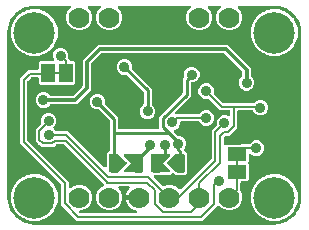
<source format=gbr>
G04 EAGLE Gerber RS-274X export*
G75*
%MOMM*%
%FSLAX34Y34*%
%LPD*%
%INBottom Copper*%
%IPPOS*%
%AMOC8*
5,1,8,0,0,1.08239X$1,22.5*%
G01*
%ADD10C,1.778000*%
%ADD11C,3.516000*%
%ADD12C,0.381000*%
%ADD13R,1.168400X1.600200*%
%ADD14R,0.635000X0.203200*%
%ADD15R,1.600200X1.168400*%
%ADD16R,0.203200X0.635000*%
%ADD17C,0.906400*%
%ADD18C,0.203200*%
%ADD19C,0.254000*%
%ADD20C,0.304800*%
%ADD21C,0.889000*%

G36*
X228622Y2543D02*
X228622Y2543D01*
X228700Y2545D01*
X232077Y2810D01*
X232145Y2824D01*
X232214Y2829D01*
X232370Y2869D01*
X238794Y4956D01*
X238901Y5006D01*
X239012Y5050D01*
X239063Y5083D01*
X239082Y5091D01*
X239097Y5104D01*
X239148Y5136D01*
X244612Y9107D01*
X244699Y9188D01*
X244746Y9227D01*
X244752Y9231D01*
X244753Y9233D01*
X244791Y9264D01*
X244829Y9310D01*
X244844Y9324D01*
X244855Y9341D01*
X244893Y9387D01*
X246586Y11717D01*
X246599Y11741D01*
X246616Y11761D01*
X246675Y11879D01*
X246739Y11996D01*
X246746Y12022D01*
X246758Y12046D01*
X246785Y12174D01*
X246799Y12185D01*
X246823Y12196D01*
X246925Y12281D01*
X247031Y12361D01*
X247048Y12382D01*
X247068Y12398D01*
X247171Y12522D01*
X248864Y14852D01*
X248921Y14956D01*
X248985Y15056D01*
X249007Y15113D01*
X249017Y15131D01*
X249022Y15151D01*
X249044Y15206D01*
X251131Y21630D01*
X251144Y21698D01*
X251167Y21764D01*
X251190Y21923D01*
X251455Y25300D01*
X251455Y25304D01*
X251456Y25307D01*
X251455Y25326D01*
X251459Y25400D01*
X251459Y165100D01*
X251457Y165122D01*
X251455Y165200D01*
X251190Y168577D01*
X251176Y168645D01*
X251171Y168714D01*
X251131Y168870D01*
X249044Y175294D01*
X248993Y175401D01*
X248950Y175512D01*
X248917Y175563D01*
X248909Y175582D01*
X248896Y175597D01*
X248864Y175648D01*
X247171Y177978D01*
X247153Y177997D01*
X247139Y178020D01*
X247044Y178113D01*
X246953Y178209D01*
X246931Y178224D01*
X246912Y178242D01*
X246798Y178308D01*
X246792Y178324D01*
X246789Y178351D01*
X246740Y178475D01*
X246697Y178600D01*
X246682Y178622D01*
X246672Y178647D01*
X246586Y178783D01*
X244893Y181113D01*
X244812Y181199D01*
X244736Y181291D01*
X244690Y181329D01*
X244676Y181344D01*
X244658Y181355D01*
X244612Y181393D01*
X239148Y185364D01*
X239044Y185421D01*
X238944Y185485D01*
X238887Y185507D01*
X238869Y185517D01*
X238849Y185522D01*
X238794Y185544D01*
X232370Y187631D01*
X232302Y187644D01*
X232236Y187667D01*
X232077Y187690D01*
X228700Y187955D01*
X228678Y187954D01*
X228600Y187959D01*
X198852Y187959D01*
X198715Y187942D01*
X198576Y187929D01*
X198557Y187922D01*
X198536Y187919D01*
X198408Y187868D01*
X198276Y187821D01*
X198260Y187810D01*
X198241Y187802D01*
X198128Y187721D01*
X198013Y187643D01*
X198000Y187627D01*
X197983Y187616D01*
X197895Y187508D01*
X197803Y187404D01*
X197794Y187386D01*
X197781Y187371D01*
X197721Y187244D01*
X197658Y187121D01*
X197654Y187101D01*
X197645Y187083D01*
X197619Y186946D01*
X197589Y186811D01*
X197589Y186790D01*
X197585Y186771D01*
X197594Y186632D01*
X197598Y186493D01*
X197604Y186473D01*
X197605Y186453D01*
X197648Y186321D01*
X197687Y186187D01*
X197697Y186170D01*
X197703Y186151D01*
X197778Y186033D01*
X197848Y185913D01*
X197867Y185892D01*
X197873Y185882D01*
X197888Y185868D01*
X197955Y185793D01*
X199760Y183987D01*
X201423Y179973D01*
X201423Y175627D01*
X199760Y171613D01*
X196687Y168540D01*
X192673Y166877D01*
X188327Y166877D01*
X184313Y168540D01*
X181240Y171613D01*
X179577Y175627D01*
X179577Y179973D01*
X181240Y183987D01*
X183045Y185793D01*
X183131Y185902D01*
X183219Y186009D01*
X183228Y186028D01*
X183240Y186044D01*
X183296Y186172D01*
X183355Y186297D01*
X183359Y186317D01*
X183367Y186336D01*
X183389Y186474D01*
X183415Y186610D01*
X183413Y186630D01*
X183417Y186650D01*
X183404Y186789D01*
X183395Y186927D01*
X183389Y186946D01*
X183387Y186966D01*
X183340Y187098D01*
X183297Y187229D01*
X183286Y187247D01*
X183279Y187266D01*
X183201Y187381D01*
X183127Y187498D01*
X183112Y187512D01*
X183101Y187529D01*
X182996Y187621D01*
X182895Y187716D01*
X182877Y187726D01*
X182862Y187739D01*
X182738Y187803D01*
X182617Y187870D01*
X182597Y187875D01*
X182579Y187884D01*
X182443Y187914D01*
X182309Y187949D01*
X182281Y187951D01*
X182269Y187954D01*
X182248Y187953D01*
X182148Y187959D01*
X173452Y187959D01*
X173315Y187942D01*
X173176Y187929D01*
X173157Y187922D01*
X173136Y187919D01*
X173008Y187868D01*
X172876Y187821D01*
X172860Y187810D01*
X172841Y187802D01*
X172728Y187721D01*
X172613Y187643D01*
X172600Y187627D01*
X172583Y187616D01*
X172495Y187508D01*
X172403Y187404D01*
X172394Y187386D01*
X172381Y187371D01*
X172321Y187244D01*
X172258Y187121D01*
X172254Y187101D01*
X172245Y187083D01*
X172219Y186946D01*
X172189Y186811D01*
X172189Y186790D01*
X172185Y186771D01*
X172194Y186632D01*
X172198Y186493D01*
X172204Y186473D01*
X172205Y186453D01*
X172248Y186321D01*
X172287Y186187D01*
X172297Y186170D01*
X172303Y186151D01*
X172378Y186033D01*
X172448Y185913D01*
X172467Y185892D01*
X172473Y185882D01*
X172488Y185868D01*
X172555Y185793D01*
X174360Y183987D01*
X176023Y179973D01*
X176023Y175627D01*
X174360Y171613D01*
X171287Y168540D01*
X167273Y166877D01*
X162927Y166877D01*
X158913Y168540D01*
X155840Y171613D01*
X154177Y175627D01*
X154177Y179973D01*
X155840Y183987D01*
X157645Y185793D01*
X157731Y185902D01*
X157819Y186009D01*
X157828Y186028D01*
X157840Y186044D01*
X157896Y186172D01*
X157955Y186297D01*
X157959Y186317D01*
X157967Y186336D01*
X157989Y186474D01*
X158015Y186610D01*
X158013Y186630D01*
X158017Y186650D01*
X158004Y186789D01*
X157995Y186927D01*
X157989Y186946D01*
X157987Y186966D01*
X157940Y187098D01*
X157897Y187229D01*
X157886Y187247D01*
X157879Y187266D01*
X157801Y187381D01*
X157727Y187498D01*
X157712Y187512D01*
X157701Y187529D01*
X157596Y187621D01*
X157495Y187716D01*
X157477Y187726D01*
X157462Y187739D01*
X157338Y187803D01*
X157217Y187870D01*
X157197Y187875D01*
X157179Y187884D01*
X157043Y187914D01*
X156909Y187949D01*
X156881Y187951D01*
X156869Y187954D01*
X156848Y187953D01*
X156748Y187959D01*
X97252Y187959D01*
X97115Y187942D01*
X96976Y187929D01*
X96957Y187922D01*
X96936Y187919D01*
X96808Y187868D01*
X96676Y187821D01*
X96660Y187810D01*
X96641Y187802D01*
X96528Y187721D01*
X96413Y187643D01*
X96400Y187627D01*
X96383Y187616D01*
X96295Y187508D01*
X96203Y187404D01*
X96194Y187386D01*
X96181Y187371D01*
X96121Y187244D01*
X96058Y187121D01*
X96054Y187101D01*
X96045Y187083D01*
X96019Y186946D01*
X95989Y186811D01*
X95989Y186790D01*
X95985Y186771D01*
X95994Y186632D01*
X95998Y186493D01*
X96004Y186473D01*
X96005Y186453D01*
X96048Y186321D01*
X96087Y186187D01*
X96097Y186170D01*
X96103Y186151D01*
X96178Y186033D01*
X96248Y185913D01*
X96267Y185892D01*
X96273Y185882D01*
X96288Y185868D01*
X96355Y185793D01*
X98160Y183987D01*
X99823Y179973D01*
X99823Y175627D01*
X98160Y171613D01*
X95087Y168540D01*
X91073Y166877D01*
X86727Y166877D01*
X82713Y168540D01*
X79640Y171613D01*
X77977Y175627D01*
X77977Y179973D01*
X79640Y183987D01*
X81445Y185793D01*
X81531Y185902D01*
X81619Y186009D01*
X81628Y186028D01*
X81640Y186044D01*
X81696Y186172D01*
X81755Y186297D01*
X81759Y186317D01*
X81767Y186336D01*
X81789Y186474D01*
X81815Y186610D01*
X81813Y186630D01*
X81817Y186650D01*
X81804Y186789D01*
X81795Y186927D01*
X81789Y186946D01*
X81787Y186966D01*
X81740Y187098D01*
X81697Y187229D01*
X81686Y187247D01*
X81679Y187266D01*
X81601Y187381D01*
X81527Y187498D01*
X81512Y187512D01*
X81501Y187529D01*
X81396Y187621D01*
X81295Y187716D01*
X81277Y187726D01*
X81262Y187739D01*
X81138Y187803D01*
X81017Y187870D01*
X80997Y187875D01*
X80979Y187884D01*
X80843Y187914D01*
X80709Y187949D01*
X80681Y187951D01*
X80669Y187954D01*
X80648Y187953D01*
X80548Y187959D01*
X71852Y187959D01*
X71715Y187942D01*
X71576Y187929D01*
X71557Y187922D01*
X71536Y187919D01*
X71408Y187868D01*
X71276Y187821D01*
X71260Y187810D01*
X71241Y187802D01*
X71128Y187721D01*
X71013Y187643D01*
X71000Y187627D01*
X70983Y187616D01*
X70895Y187508D01*
X70803Y187404D01*
X70794Y187386D01*
X70781Y187371D01*
X70721Y187244D01*
X70658Y187121D01*
X70654Y187101D01*
X70645Y187083D01*
X70619Y186946D01*
X70589Y186811D01*
X70589Y186790D01*
X70585Y186771D01*
X70594Y186632D01*
X70598Y186493D01*
X70604Y186473D01*
X70605Y186453D01*
X70648Y186321D01*
X70687Y186187D01*
X70697Y186170D01*
X70703Y186151D01*
X70778Y186033D01*
X70848Y185913D01*
X70867Y185892D01*
X70873Y185882D01*
X70888Y185868D01*
X70955Y185793D01*
X72760Y183987D01*
X74423Y179973D01*
X74423Y175627D01*
X72760Y171613D01*
X69687Y168540D01*
X65673Y166877D01*
X61327Y166877D01*
X57313Y168540D01*
X54240Y171613D01*
X52577Y175627D01*
X52577Y179973D01*
X54240Y183987D01*
X56045Y185793D01*
X56131Y185902D01*
X56219Y186009D01*
X56228Y186028D01*
X56240Y186044D01*
X56296Y186172D01*
X56355Y186297D01*
X56359Y186317D01*
X56367Y186336D01*
X56389Y186474D01*
X56415Y186610D01*
X56413Y186630D01*
X56417Y186650D01*
X56404Y186789D01*
X56395Y186927D01*
X56389Y186946D01*
X56387Y186966D01*
X56340Y187098D01*
X56297Y187229D01*
X56286Y187247D01*
X56279Y187266D01*
X56201Y187381D01*
X56127Y187498D01*
X56112Y187512D01*
X56101Y187529D01*
X55996Y187621D01*
X55895Y187716D01*
X55877Y187726D01*
X55862Y187739D01*
X55738Y187803D01*
X55617Y187870D01*
X55597Y187875D01*
X55579Y187884D01*
X55443Y187914D01*
X55309Y187949D01*
X55281Y187951D01*
X55269Y187954D01*
X55248Y187953D01*
X55148Y187959D01*
X25400Y187959D01*
X25378Y187957D01*
X25300Y187955D01*
X21923Y187690D01*
X21855Y187676D01*
X21786Y187671D01*
X21630Y187631D01*
X18892Y186741D01*
X18867Y186730D01*
X18841Y186724D01*
X18724Y186663D01*
X18604Y186606D01*
X18583Y186589D01*
X18560Y186577D01*
X18462Y186489D01*
X18445Y186488D01*
X18418Y186493D01*
X18286Y186485D01*
X18153Y186483D01*
X18128Y186475D01*
X18101Y186474D01*
X17945Y186434D01*
X15206Y185544D01*
X15099Y185494D01*
X14988Y185450D01*
X14937Y185417D01*
X14918Y185409D01*
X14903Y185396D01*
X14852Y185364D01*
X9388Y181393D01*
X9301Y181312D01*
X9209Y181236D01*
X9171Y181190D01*
X9156Y181176D01*
X9145Y181158D01*
X9107Y181112D01*
X5136Y175648D01*
X5079Y175544D01*
X5015Y175444D01*
X4993Y175387D01*
X4983Y175369D01*
X4978Y175349D01*
X4956Y175294D01*
X2869Y168870D01*
X2856Y168802D01*
X2833Y168736D01*
X2810Y168577D01*
X2545Y165200D01*
X2546Y165178D01*
X2541Y165100D01*
X2541Y25400D01*
X2543Y25378D01*
X2545Y25300D01*
X2810Y21923D01*
X2824Y21855D01*
X2829Y21786D01*
X2869Y21630D01*
X4956Y15206D01*
X5006Y15099D01*
X5050Y14988D01*
X5083Y14937D01*
X5091Y14918D01*
X5104Y14903D01*
X5136Y14852D01*
X9107Y9388D01*
X9127Y9366D01*
X9138Y9348D01*
X9184Y9305D01*
X9188Y9301D01*
X9264Y9209D01*
X9310Y9171D01*
X9324Y9156D01*
X9342Y9145D01*
X9388Y9107D01*
X14852Y5136D01*
X14956Y5079D01*
X15056Y5015D01*
X15113Y4993D01*
X15131Y4983D01*
X15151Y4978D01*
X15206Y4956D01*
X17945Y4066D01*
X17971Y4061D01*
X17996Y4051D01*
X18127Y4031D01*
X18257Y4006D01*
X18284Y4008D01*
X18310Y4004D01*
X18441Y4018D01*
X18455Y4008D01*
X18474Y3989D01*
X18585Y3917D01*
X18694Y3842D01*
X18719Y3832D01*
X18742Y3818D01*
X18892Y3759D01*
X21630Y2869D01*
X21698Y2856D01*
X21764Y2833D01*
X21923Y2810D01*
X25300Y2545D01*
X25322Y2546D01*
X25400Y2541D01*
X228600Y2541D01*
X228622Y2543D01*
G37*
%LPC*%
G36*
X61505Y5841D02*
X61505Y5841D01*
X48259Y19087D01*
X48259Y35688D01*
X48247Y35786D01*
X48244Y35885D01*
X48227Y35943D01*
X48219Y36003D01*
X48183Y36095D01*
X48155Y36190D01*
X48125Y36243D01*
X48102Y36299D01*
X48044Y36379D01*
X47994Y36464D01*
X47928Y36540D01*
X47916Y36556D01*
X47906Y36564D01*
X47888Y36585D01*
X13421Y71051D01*
X13421Y126318D01*
X20327Y133224D01*
X27686Y133224D01*
X27804Y133239D01*
X27923Y133246D01*
X27961Y133259D01*
X28002Y133264D01*
X28112Y133307D01*
X28225Y133344D01*
X28260Y133366D01*
X28297Y133381D01*
X28393Y133450D01*
X28494Y133514D01*
X28522Y133544D01*
X28555Y133567D01*
X28631Y133659D01*
X28712Y133746D01*
X28732Y133781D01*
X28757Y133812D01*
X28808Y133920D01*
X28866Y134024D01*
X28876Y134064D01*
X28893Y134100D01*
X28915Y134217D01*
X28945Y134332D01*
X28949Y134392D01*
X28953Y134412D01*
X28951Y134433D01*
X28955Y134493D01*
X28955Y139653D01*
X30146Y140844D01*
X40607Y140844D01*
X40657Y140850D01*
X40706Y140848D01*
X40814Y140870D01*
X40923Y140884D01*
X40969Y140902D01*
X41018Y140912D01*
X41116Y140960D01*
X41219Y141001D01*
X41259Y141030D01*
X41304Y141052D01*
X41387Y141123D01*
X41476Y141187D01*
X41508Y141226D01*
X41546Y141258D01*
X41609Y141348D01*
X41679Y141432D01*
X41700Y141477D01*
X41729Y141518D01*
X41768Y141621D01*
X41814Y141720D01*
X41824Y141769D01*
X41841Y141815D01*
X41854Y141925D01*
X41874Y142032D01*
X41871Y142082D01*
X41877Y142131D01*
X41861Y142240D01*
X41854Y142350D01*
X41839Y142397D01*
X41832Y142446D01*
X41780Y142599D01*
X41147Y144127D01*
X41147Y146704D01*
X42133Y149084D01*
X43956Y150907D01*
X46336Y151893D01*
X48914Y151893D01*
X51294Y150907D01*
X53117Y149084D01*
X54103Y146704D01*
X54103Y144043D01*
X54086Y143983D01*
X54086Y143953D01*
X54079Y143924D01*
X54083Y143795D01*
X54081Y143665D01*
X54088Y143636D01*
X54089Y143606D01*
X54125Y143482D01*
X54155Y143356D01*
X54169Y143330D01*
X54177Y143301D01*
X54243Y143189D01*
X54304Y143075D01*
X54324Y143053D01*
X54339Y143027D01*
X54445Y142906D01*
X55119Y142233D01*
X55119Y142113D01*
X55134Y141995D01*
X55141Y141876D01*
X55154Y141838D01*
X55159Y141797D01*
X55202Y141687D01*
X55239Y141574D01*
X55261Y141539D01*
X55276Y141502D01*
X55345Y141406D01*
X55409Y141305D01*
X55439Y141277D01*
X55462Y141244D01*
X55554Y141168D01*
X55641Y141087D01*
X55676Y141067D01*
X55707Y141042D01*
X55815Y140991D01*
X55919Y140933D01*
X55959Y140923D01*
X55995Y140906D01*
X56112Y140884D01*
X56227Y140854D01*
X56287Y140850D01*
X56307Y140846D01*
X56328Y140848D01*
X56388Y140844D01*
X58754Y140844D01*
X59945Y139653D01*
X59945Y121967D01*
X58754Y120776D01*
X45386Y120776D01*
X45348Y120815D01*
X45253Y120888D01*
X45164Y120967D01*
X45128Y120985D01*
X45096Y121010D01*
X44987Y121057D01*
X44881Y121111D01*
X44841Y121120D01*
X44804Y121136D01*
X44687Y121155D01*
X44571Y121181D01*
X44530Y121180D01*
X44490Y121186D01*
X44372Y121175D01*
X44253Y121171D01*
X44214Y121160D01*
X44174Y121156D01*
X44061Y121116D01*
X43947Y121083D01*
X43913Y121062D01*
X43874Y121049D01*
X43776Y120982D01*
X43673Y120921D01*
X43628Y120881D01*
X43611Y120870D01*
X43598Y120855D01*
X43553Y120815D01*
X43514Y120776D01*
X30146Y120776D01*
X28955Y121967D01*
X28955Y125857D01*
X28940Y125975D01*
X28933Y126094D01*
X28920Y126132D01*
X28915Y126173D01*
X28872Y126283D01*
X28835Y126396D01*
X28813Y126431D01*
X28798Y126468D01*
X28729Y126564D01*
X28665Y126665D01*
X28635Y126693D01*
X28612Y126726D01*
X28520Y126802D01*
X28433Y126883D01*
X28398Y126903D01*
X28367Y126928D01*
X28259Y126979D01*
X28155Y127037D01*
X28115Y127047D01*
X28079Y127064D01*
X27962Y127086D01*
X27847Y127116D01*
X27787Y127120D01*
X27767Y127124D01*
X27746Y127122D01*
X27686Y127126D01*
X23379Y127126D01*
X23280Y127114D01*
X23181Y127111D01*
X23123Y127094D01*
X23063Y127086D01*
X22971Y127050D01*
X22876Y127022D01*
X22824Y126992D01*
X22767Y126969D01*
X22687Y126911D01*
X22602Y126861D01*
X22527Y126795D01*
X22510Y126783D01*
X22502Y126773D01*
X22481Y126755D01*
X19890Y124164D01*
X19830Y124086D01*
X19762Y124014D01*
X19733Y123961D01*
X19696Y123913D01*
X19656Y123822D01*
X19608Y123735D01*
X19593Y123676D01*
X19569Y123621D01*
X19554Y123523D01*
X19529Y123427D01*
X19523Y123327D01*
X19519Y123307D01*
X19521Y123294D01*
X19519Y123266D01*
X19519Y74103D01*
X19531Y74005D01*
X19534Y73906D01*
X19551Y73847D01*
X19559Y73787D01*
X19595Y73695D01*
X19623Y73600D01*
X19653Y73548D01*
X19676Y73492D01*
X19734Y73412D01*
X19784Y73326D01*
X19850Y73251D01*
X19862Y73234D01*
X19872Y73226D01*
X19890Y73205D01*
X54357Y38739D01*
X54357Y34768D01*
X54374Y34630D01*
X54387Y34492D01*
X54394Y34473D01*
X54397Y34452D01*
X54448Y34323D01*
X54495Y34192D01*
X54506Y34176D01*
X54514Y34157D01*
X54595Y34045D01*
X54673Y33929D01*
X54689Y33916D01*
X54700Y33899D01*
X54808Y33811D01*
X54912Y33719D01*
X54930Y33710D01*
X54945Y33697D01*
X55071Y33637D01*
X55195Y33574D01*
X55215Y33570D01*
X55233Y33561D01*
X55370Y33535D01*
X55505Y33505D01*
X55526Y33505D01*
X55545Y33501D01*
X55684Y33510D01*
X55823Y33514D01*
X55843Y33520D01*
X55863Y33521D01*
X55995Y33564D01*
X56129Y33603D01*
X56146Y33613D01*
X56165Y33619D01*
X56283Y33693D01*
X56403Y33764D01*
X56424Y33783D01*
X56434Y33789D01*
X56448Y33804D01*
X56523Y33871D01*
X57313Y34660D01*
X61327Y36323D01*
X65673Y36323D01*
X69687Y34660D01*
X72760Y31587D01*
X74423Y27573D01*
X74423Y23227D01*
X72760Y19213D01*
X69687Y16140D01*
X65673Y14477D01*
X64556Y14477D01*
X64532Y14474D01*
X64507Y14476D01*
X64375Y14454D01*
X64241Y14437D01*
X64218Y14428D01*
X64193Y14424D01*
X64070Y14370D01*
X63945Y14320D01*
X63925Y14306D01*
X63902Y14296D01*
X63797Y14213D01*
X63688Y14134D01*
X63672Y14114D01*
X63653Y14099D01*
X63571Y13992D01*
X63485Y13889D01*
X63474Y13866D01*
X63459Y13847D01*
X63407Y13722D01*
X63349Y13601D01*
X63345Y13577D01*
X63335Y13554D01*
X63315Y13420D01*
X63290Y13289D01*
X63291Y13264D01*
X63288Y13239D01*
X63301Y13105D01*
X63309Y12971D01*
X63317Y12948D01*
X63320Y12923D01*
X63366Y12797D01*
X63407Y12669D01*
X63421Y12648D01*
X63429Y12624D01*
X63506Y12514D01*
X63578Y12400D01*
X63596Y12383D01*
X63610Y12363D01*
X63711Y12274D01*
X63809Y12182D01*
X63831Y12170D01*
X63850Y12154D01*
X63989Y12073D01*
X64040Y12055D01*
X64088Y12028D01*
X64190Y12002D01*
X64289Y11967D01*
X64343Y11963D01*
X64396Y11949D01*
X64556Y11939D01*
X110725Y11939D01*
X110844Y11954D01*
X110963Y11961D01*
X111001Y11974D01*
X111041Y11979D01*
X111152Y12023D01*
X111265Y12059D01*
X111299Y12081D01*
X111336Y12096D01*
X111433Y12166D01*
X111534Y12230D01*
X111561Y12259D01*
X111594Y12282D01*
X111670Y12375D01*
X111752Y12461D01*
X111771Y12497D01*
X111797Y12527D01*
X111847Y12635D01*
X111905Y12740D01*
X111915Y12779D01*
X111932Y12815D01*
X111955Y12932D01*
X111984Y13048D01*
X111984Y13088D01*
X111992Y13127D01*
X111985Y13247D01*
X111985Y13366D01*
X111975Y13405D01*
X111972Y13445D01*
X111935Y13558D01*
X111906Y13674D01*
X111886Y13709D01*
X111874Y13747D01*
X111810Y13848D01*
X111753Y13953D01*
X111725Y13982D01*
X111704Y14016D01*
X111617Y14098D01*
X111535Y14185D01*
X111502Y14207D01*
X111472Y14234D01*
X111368Y14292D01*
X111267Y14356D01*
X111212Y14378D01*
X111194Y14388D01*
X111174Y14393D01*
X111117Y14415D01*
X109912Y14807D01*
X108309Y15623D01*
X106853Y16681D01*
X105581Y17953D01*
X104523Y19409D01*
X103707Y21012D01*
X103151Y22723D01*
X103123Y22901D01*
X113070Y22901D01*
X113188Y22916D01*
X113307Y22923D01*
X113345Y22935D01*
X113385Y22941D01*
X113496Y22984D01*
X113609Y23021D01*
X113643Y23043D01*
X113681Y23058D01*
X113777Y23127D01*
X113878Y23191D01*
X113906Y23221D01*
X113938Y23244D01*
X114014Y23336D01*
X114096Y23423D01*
X114115Y23458D01*
X114141Y23489D01*
X114192Y23597D01*
X114249Y23701D01*
X114259Y23741D01*
X114277Y23777D01*
X114299Y23894D01*
X114329Y24009D01*
X114333Y24069D01*
X114336Y24089D01*
X114335Y24110D01*
X114339Y24170D01*
X114339Y26630D01*
X114324Y26748D01*
X114317Y26867D01*
X114304Y26905D01*
X114299Y26946D01*
X114255Y27056D01*
X114219Y27169D01*
X114197Y27204D01*
X114182Y27241D01*
X114112Y27337D01*
X114049Y27438D01*
X114019Y27466D01*
X113995Y27499D01*
X113904Y27575D01*
X113817Y27656D01*
X113782Y27676D01*
X113750Y27701D01*
X113643Y27752D01*
X113538Y27810D01*
X113499Y27820D01*
X113463Y27837D01*
X113346Y27859D01*
X113230Y27889D01*
X113170Y27893D01*
X113150Y27897D01*
X113130Y27895D01*
X113070Y27899D01*
X103123Y27899D01*
X103151Y28077D01*
X103707Y29788D01*
X104523Y31391D01*
X105581Y32847D01*
X105619Y32884D01*
X105704Y32994D01*
X105793Y33101D01*
X105802Y33120D01*
X105814Y33136D01*
X105869Y33264D01*
X105928Y33389D01*
X105932Y33409D01*
X105940Y33427D01*
X105962Y33565D01*
X105988Y33702D01*
X105987Y33722D01*
X105990Y33742D01*
X105977Y33880D01*
X105968Y34019D01*
X105962Y34038D01*
X105960Y34058D01*
X105913Y34190D01*
X105870Y34321D01*
X105860Y34338D01*
X105853Y34357D01*
X105775Y34473D01*
X105700Y34590D01*
X105686Y34604D01*
X105674Y34621D01*
X105570Y34712D01*
X105469Y34808D01*
X105451Y34818D01*
X105436Y34831D01*
X105312Y34894D01*
X105190Y34962D01*
X105171Y34967D01*
X105153Y34976D01*
X105017Y35006D01*
X104882Y35041D01*
X104854Y35043D01*
X104842Y35046D01*
X104822Y35045D01*
X104722Y35051D01*
X97760Y35051D01*
X97622Y35034D01*
X97484Y35021D01*
X97465Y35014D01*
X97444Y35011D01*
X97315Y34960D01*
X97184Y34913D01*
X97168Y34902D01*
X97149Y34894D01*
X97037Y34813D01*
X96921Y34735D01*
X96908Y34719D01*
X96891Y34708D01*
X96803Y34600D01*
X96711Y34496D01*
X96702Y34478D01*
X96689Y34463D01*
X96629Y34337D01*
X96566Y34213D01*
X96562Y34193D01*
X96553Y34175D01*
X96527Y34038D01*
X96497Y33903D01*
X96497Y33882D01*
X96493Y33863D01*
X96502Y33724D01*
X96506Y33585D01*
X96512Y33565D01*
X96513Y33545D01*
X96556Y33413D01*
X96595Y33279D01*
X96605Y33262D01*
X96611Y33243D01*
X96686Y33125D01*
X96756Y33005D01*
X96775Y32984D01*
X96781Y32974D01*
X96796Y32960D01*
X96863Y32885D01*
X98160Y31587D01*
X99823Y27573D01*
X99823Y23227D01*
X98160Y19213D01*
X95087Y16140D01*
X91073Y14477D01*
X86727Y14477D01*
X82713Y16140D01*
X79640Y19213D01*
X77977Y23227D01*
X77977Y27573D01*
X79640Y31587D01*
X82713Y34660D01*
X83370Y34932D01*
X83413Y34957D01*
X83460Y34973D01*
X83550Y35035D01*
X83646Y35089D01*
X83682Y35124D01*
X83723Y35152D01*
X83796Y35234D01*
X83874Y35311D01*
X83900Y35353D01*
X83933Y35390D01*
X83983Y35488D01*
X84041Y35582D01*
X84055Y35629D01*
X84078Y35674D01*
X84102Y35781D01*
X84134Y35886D01*
X84137Y35936D01*
X84147Y35984D01*
X84144Y36094D01*
X84149Y36203D01*
X84139Y36252D01*
X84138Y36302D01*
X84107Y36407D01*
X84085Y36515D01*
X84063Y36560D01*
X84049Y36607D01*
X83994Y36702D01*
X83945Y36801D01*
X83944Y36802D01*
X83934Y36885D01*
X83931Y36984D01*
X83914Y37043D01*
X83906Y37103D01*
X83870Y37195D01*
X83842Y37290D01*
X83812Y37342D01*
X83789Y37398D01*
X83731Y37478D01*
X83681Y37564D01*
X83615Y37639D01*
X83603Y37656D01*
X83593Y37663D01*
X83575Y37685D01*
X51099Y70160D01*
X51021Y70221D01*
X50949Y70288D01*
X50896Y70318D01*
X50848Y70355D01*
X50757Y70394D01*
X50670Y70442D01*
X50612Y70457D01*
X50556Y70481D01*
X50458Y70497D01*
X50362Y70521D01*
X50262Y70528D01*
X50242Y70531D01*
X50230Y70530D01*
X50202Y70532D01*
X44814Y70532D01*
X44715Y70519D01*
X44616Y70516D01*
X44558Y70499D01*
X44498Y70492D01*
X44406Y70455D01*
X44311Y70428D01*
X44259Y70397D01*
X44202Y70375D01*
X44122Y70317D01*
X44037Y70266D01*
X43962Y70200D01*
X43945Y70188D01*
X43937Y70178D01*
X43916Y70160D01*
X41868Y68111D01*
X31717Y68111D01*
X29560Y70269D01*
X29559Y70269D01*
X28740Y71088D01*
X26582Y73246D01*
X26582Y83248D01*
X30681Y87346D01*
X30699Y87370D01*
X30721Y87389D01*
X30796Y87495D01*
X30876Y87598D01*
X30888Y87625D01*
X30905Y87649D01*
X30950Y87770D01*
X31002Y87890D01*
X31007Y87919D01*
X31017Y87946D01*
X31032Y88075D01*
X31052Y88204D01*
X31049Y88233D01*
X31052Y88262D01*
X31034Y88391D01*
X31022Y88520D01*
X31012Y88548D01*
X31008Y88577D01*
X30956Y88730D01*
X30900Y88864D01*
X30900Y91476D01*
X31900Y93889D01*
X33746Y95735D01*
X36159Y96735D01*
X38771Y96735D01*
X41184Y95735D01*
X43030Y93889D01*
X44030Y91476D01*
X44030Y88864D01*
X43030Y86451D01*
X41931Y85352D01*
X41858Y85258D01*
X41780Y85169D01*
X41761Y85133D01*
X41736Y85101D01*
X41689Y84992D01*
X41635Y84886D01*
X41626Y84847D01*
X41610Y84809D01*
X41591Y84692D01*
X41565Y84576D01*
X41567Y84535D01*
X41560Y84495D01*
X41571Y84377D01*
X41575Y84258D01*
X41586Y84219D01*
X41590Y84179D01*
X41630Y84067D01*
X41663Y83952D01*
X41684Y83917D01*
X41698Y83879D01*
X41765Y83781D01*
X41825Y83678D01*
X41865Y83633D01*
X41876Y83616D01*
X41892Y83603D01*
X41931Y83557D01*
X43070Y82419D01*
X43076Y82409D01*
X43141Y82296D01*
X43161Y82275D01*
X43177Y82250D01*
X43272Y82161D01*
X43362Y82068D01*
X43387Y82052D01*
X43409Y82032D01*
X43522Y81969D01*
X43633Y81901D01*
X43661Y81893D01*
X43687Y81878D01*
X43813Y81846D01*
X43937Y81808D01*
X43966Y81806D01*
X43995Y81799D01*
X44156Y81789D01*
X53841Y81789D01*
X55998Y79631D01*
X84701Y50929D01*
X84810Y50844D01*
X84917Y50755D01*
X84936Y50747D01*
X84952Y50734D01*
X85080Y50679D01*
X85205Y50620D01*
X85225Y50616D01*
X85244Y50608D01*
X85382Y50586D01*
X85518Y50560D01*
X85538Y50561D01*
X85558Y50558D01*
X85697Y50571D01*
X85835Y50580D01*
X85854Y50586D01*
X85874Y50588D01*
X86006Y50635D01*
X86137Y50678D01*
X86155Y50688D01*
X86174Y50695D01*
X86289Y50773D01*
X86406Y50848D01*
X86420Y50863D01*
X86437Y50874D01*
X86529Y50978D01*
X86624Y51079D01*
X86634Y51097D01*
X86647Y51112D01*
X86711Y51236D01*
X86778Y51358D01*
X86783Y51377D01*
X86792Y51396D01*
X86822Y51531D01*
X86857Y51666D01*
X86859Y51694D01*
X86862Y51706D01*
X86861Y51726D01*
X86867Y51827D01*
X86867Y62292D01*
X86881Y62345D01*
X86887Y62445D01*
X86891Y62466D01*
X86889Y62478D01*
X86891Y62506D01*
X86891Y62739D01*
X89036Y64883D01*
X89096Y64961D01*
X89164Y65033D01*
X89193Y65086D01*
X89230Y65134D01*
X89270Y65225D01*
X89318Y65312D01*
X89333Y65371D01*
X89357Y65426D01*
X89372Y65524D01*
X89397Y65620D01*
X89403Y65720D01*
X89407Y65740D01*
X89405Y65753D01*
X89407Y65781D01*
X89407Y90181D01*
X89395Y90279D01*
X89392Y90378D01*
X89375Y90437D01*
X89367Y90497D01*
X89331Y90589D01*
X89303Y90684D01*
X89273Y90736D01*
X89250Y90792D01*
X89192Y90872D01*
X89142Y90958D01*
X89076Y91033D01*
X89064Y91050D01*
X89054Y91058D01*
X89036Y91079D01*
X80371Y99744D01*
X80292Y99804D01*
X80220Y99872D01*
X80167Y99901D01*
X80119Y99938D01*
X80028Y99978D01*
X79942Y100026D01*
X79883Y100041D01*
X79828Y100065D01*
X79730Y100080D01*
X79634Y100105D01*
X79534Y100111D01*
X79514Y100115D01*
X79501Y100113D01*
X79473Y100115D01*
X77434Y100115D01*
X75021Y101115D01*
X73175Y102961D01*
X72175Y105374D01*
X72175Y107986D01*
X73175Y110399D01*
X75021Y112245D01*
X77434Y113245D01*
X80046Y113245D01*
X82459Y112245D01*
X84305Y110399D01*
X85305Y107986D01*
X85305Y105374D01*
X85271Y105293D01*
X85263Y105264D01*
X85250Y105238D01*
X85221Y105112D01*
X85187Y104986D01*
X85187Y104957D01*
X85180Y104928D01*
X85184Y104798D01*
X85182Y104668D01*
X85189Y104639D01*
X85190Y104610D01*
X85226Y104485D01*
X85256Y104359D01*
X85270Y104333D01*
X85278Y104304D01*
X85344Y104193D01*
X85405Y104078D01*
X85425Y104056D01*
X85440Y104030D01*
X85546Y103910D01*
X93706Y95749D01*
X96013Y93443D01*
X96013Y84582D01*
X96028Y84464D01*
X96035Y84345D01*
X96048Y84307D01*
X96053Y84266D01*
X96096Y84156D01*
X96133Y84043D01*
X96155Y84008D01*
X96170Y83971D01*
X96239Y83875D01*
X96303Y83774D01*
X96333Y83746D01*
X96356Y83713D01*
X96448Y83637D01*
X96535Y83556D01*
X96570Y83536D01*
X96601Y83511D01*
X96709Y83460D01*
X96813Y83402D01*
X96853Y83392D01*
X96889Y83375D01*
X97006Y83353D01*
X97121Y83323D01*
X97181Y83319D01*
X97201Y83315D01*
X97222Y83317D01*
X97282Y83313D01*
X129659Y83313D01*
X129777Y83328D01*
X129895Y83335D01*
X129934Y83348D01*
X129974Y83353D01*
X130085Y83396D01*
X130198Y83433D01*
X130232Y83455D01*
X130270Y83470D01*
X130366Y83539D01*
X130467Y83603D01*
X130494Y83633D01*
X130527Y83656D01*
X130603Y83748D01*
X130685Y83835D01*
X130704Y83870D01*
X130730Y83901D01*
X130781Y84009D01*
X130838Y84113D01*
X130848Y84153D01*
X130865Y84189D01*
X130888Y84306D01*
X130918Y84421D01*
X130921Y84481D01*
X130925Y84501D01*
X130924Y84522D01*
X130928Y84582D01*
X130928Y93689D01*
X150631Y113391D01*
X150691Y113470D01*
X150759Y113542D01*
X150788Y113595D01*
X150825Y113643D01*
X150865Y113734D01*
X150913Y113820D01*
X150928Y113879D01*
X150952Y113934D01*
X150967Y114032D01*
X150992Y114128D01*
X150998Y114228D01*
X151002Y114248D01*
X151000Y114261D01*
X151002Y114289D01*
X151002Y126463D01*
X151814Y127274D01*
X151874Y127353D01*
X151942Y127425D01*
X151971Y127478D01*
X152008Y127526D01*
X152048Y127617D01*
X152096Y127703D01*
X152111Y127762D01*
X152135Y127817D01*
X152150Y127915D01*
X152175Y128011D01*
X152181Y128108D01*
X152183Y128116D01*
X152183Y128118D01*
X152185Y128132D01*
X152183Y128144D01*
X152185Y128172D01*
X152185Y130846D01*
X153185Y133259D01*
X155031Y135105D01*
X157444Y136105D01*
X160056Y136105D01*
X162469Y135105D01*
X164315Y133259D01*
X165315Y130846D01*
X165315Y128234D01*
X164315Y125821D01*
X162469Y123975D01*
X160056Y122975D01*
X158877Y122975D01*
X158759Y122960D01*
X158640Y122953D01*
X158602Y122940D01*
X158561Y122935D01*
X158451Y122892D01*
X158338Y122855D01*
X158303Y122833D01*
X158266Y122818D01*
X158170Y122749D01*
X158069Y122685D01*
X158041Y122655D01*
X158008Y122632D01*
X157932Y122540D01*
X157851Y122453D01*
X157831Y122418D01*
X157806Y122387D01*
X157755Y122279D01*
X157697Y122175D01*
X157687Y122135D01*
X157670Y122099D01*
X157648Y121982D01*
X157618Y121867D01*
X157614Y121807D01*
X157610Y121787D01*
X157612Y121766D01*
X157608Y121706D01*
X157608Y111027D01*
X144682Y98101D01*
X144597Y97991D01*
X144508Y97884D01*
X144499Y97866D01*
X144487Y97850D01*
X144431Y97722D01*
X144372Y97596D01*
X144369Y97577D01*
X144360Y97558D01*
X144339Y97420D01*
X144313Y97284D01*
X144314Y97264D01*
X144311Y97244D01*
X144324Y97105D01*
X144332Y96967D01*
X144339Y96947D01*
X144340Y96927D01*
X144388Y96796D01*
X144430Y96664D01*
X144441Y96647D01*
X144448Y96628D01*
X144526Y96513D01*
X144601Y96395D01*
X144615Y96381D01*
X144627Y96365D01*
X144731Y96273D01*
X144832Y96177D01*
X144850Y96168D01*
X144865Y96154D01*
X144989Y96091D01*
X145111Y96024D01*
X145130Y96019D01*
X145148Y96010D01*
X145284Y95979D01*
X145419Y95944D01*
X145447Y95943D01*
X145459Y95940D01*
X145479Y95941D01*
X145579Y95934D01*
X164230Y95934D01*
X164328Y95947D01*
X164427Y95950D01*
X164485Y95966D01*
X164545Y95974D01*
X164637Y96011D01*
X164732Y96038D01*
X164784Y96069D01*
X164841Y96091D01*
X164921Y96149D01*
X165006Y96200D01*
X165082Y96266D01*
X165098Y96278D01*
X165106Y96287D01*
X165127Y96306D01*
X167096Y98275D01*
X169509Y99275D01*
X172121Y99275D01*
X174534Y98275D01*
X176380Y96429D01*
X177380Y94016D01*
X177380Y91404D01*
X176380Y88991D01*
X174534Y87145D01*
X172121Y86145D01*
X169509Y86145D01*
X167096Y87145D01*
X165250Y88991D01*
X165224Y89053D01*
X165209Y89079D01*
X165200Y89107D01*
X165131Y89217D01*
X165066Y89330D01*
X165046Y89351D01*
X165030Y89376D01*
X164935Y89465D01*
X164845Y89558D01*
X164820Y89573D01*
X164799Y89594D01*
X164685Y89656D01*
X164574Y89724D01*
X164546Y89733D01*
X164520Y89747D01*
X164394Y89780D01*
X164270Y89818D01*
X164241Y89819D01*
X164212Y89827D01*
X164051Y89837D01*
X149898Y89837D01*
X149780Y89822D01*
X149662Y89814D01*
X149623Y89802D01*
X149583Y89797D01*
X149472Y89753D01*
X149359Y89716D01*
X149325Y89695D01*
X149287Y89680D01*
X149191Y89610D01*
X149090Y89546D01*
X149063Y89517D01*
X149030Y89493D01*
X148954Y89401D01*
X148872Y89315D01*
X148853Y89279D01*
X148827Y89248D01*
X148776Y89140D01*
X148719Y89036D01*
X148709Y88997D01*
X148692Y88960D01*
X148669Y88844D01*
X148639Y88728D01*
X148636Y88668D01*
X148632Y88648D01*
X148633Y88628D01*
X148629Y88568D01*
X148629Y87770D01*
X147630Y85357D01*
X145783Y83510D01*
X144064Y82798D01*
X144021Y82774D01*
X143974Y82757D01*
X143884Y82695D01*
X143788Y82641D01*
X143752Y82606D01*
X143711Y82578D01*
X143639Y82496D01*
X143560Y82419D01*
X143534Y82377D01*
X143501Y82340D01*
X143451Y82242D01*
X143393Y82148D01*
X143379Y82101D01*
X143356Y82057D01*
X143332Y81949D01*
X143300Y81844D01*
X143297Y81795D01*
X143287Y81746D01*
X143290Y81636D01*
X143285Y81527D01*
X143295Y81478D01*
X143296Y81428D01*
X143327Y81323D01*
X143349Y81215D01*
X143371Y81171D01*
X143385Y81123D01*
X143440Y81028D01*
X143489Y80930D01*
X143521Y80892D01*
X143546Y80849D01*
X143653Y80728D01*
X146324Y78056D01*
X146403Y77996D01*
X146475Y77928D01*
X146528Y77899D01*
X146576Y77862D01*
X146667Y77822D01*
X146753Y77774D01*
X146812Y77759D01*
X146867Y77735D01*
X146965Y77720D01*
X147061Y77695D01*
X147161Y77689D01*
X147181Y77685D01*
X147194Y77687D01*
X147222Y77685D01*
X148626Y77685D01*
X151039Y76685D01*
X152885Y74839D01*
X153885Y72426D01*
X153885Y69814D01*
X152885Y67401D01*
X152264Y66781D01*
X152204Y66702D01*
X152136Y66630D01*
X152107Y66577D01*
X152070Y66529D01*
X152030Y66438D01*
X151982Y66352D01*
X151967Y66293D01*
X151943Y66237D01*
X151928Y66139D01*
X151903Y66044D01*
X151897Y65944D01*
X151893Y65923D01*
X151895Y65911D01*
X151893Y65883D01*
X151893Y65781D01*
X151905Y65682D01*
X151908Y65583D01*
X151925Y65525D01*
X151933Y65465D01*
X151969Y65373D01*
X151997Y65278D01*
X152027Y65226D01*
X152050Y65169D01*
X152108Y65089D01*
X152158Y65004D01*
X152224Y64929D01*
X152236Y64912D01*
X152246Y64904D01*
X152264Y64883D01*
X154409Y62739D01*
X154409Y62506D01*
X154421Y62407D01*
X154424Y62308D01*
X154433Y62279D01*
X154433Y46928D01*
X154419Y46875D01*
X154413Y46775D01*
X154409Y46754D01*
X154411Y46742D01*
X154409Y46714D01*
X154409Y46481D01*
X152623Y44695D01*
X144382Y44695D01*
X143324Y45754D01*
X143239Y45819D01*
X143160Y45892D01*
X143114Y45917D01*
X143072Y45949D01*
X142974Y45991D01*
X142880Y46042D01*
X142829Y46054D01*
X142781Y46075D01*
X142675Y46092D01*
X142571Y46117D01*
X142518Y46117D01*
X142467Y46125D01*
X142360Y46115D01*
X142253Y46114D01*
X142202Y46100D01*
X142150Y46095D01*
X142049Y46059D01*
X141946Y46031D01*
X141900Y46005D01*
X141851Y45987D01*
X141762Y45927D01*
X141669Y45875D01*
X141606Y45821D01*
X141587Y45809D01*
X141577Y45797D01*
X141546Y45771D01*
X141344Y45577D01*
X141340Y45571D01*
X141327Y45560D01*
X140439Y44671D01*
X139183Y44695D01*
X139176Y44694D01*
X139159Y44695D01*
X127781Y44695D01*
X127643Y44678D01*
X127504Y44665D01*
X127485Y44658D01*
X127465Y44655D01*
X127336Y44604D01*
X127205Y44557D01*
X127188Y44546D01*
X127169Y44538D01*
X127057Y44457D01*
X126942Y44379D01*
X126928Y44363D01*
X126912Y44352D01*
X126823Y44244D01*
X126731Y44140D01*
X126722Y44122D01*
X126709Y44107D01*
X126650Y43980D01*
X126587Y43857D01*
X126582Y43837D01*
X126574Y43819D01*
X126548Y43683D01*
X126517Y43547D01*
X126518Y43526D01*
X126514Y43507D01*
X126522Y43368D01*
X126527Y43229D01*
X126532Y43209D01*
X126534Y43189D01*
X126576Y43057D01*
X126615Y42923D01*
X126625Y42906D01*
X126632Y42887D01*
X126706Y42769D01*
X126777Y42649D01*
X126795Y42628D01*
X126802Y42618D01*
X126817Y42604D01*
X126883Y42529D01*
X133789Y35622D01*
X133813Y35604D01*
X133832Y35582D01*
X133938Y35507D01*
X134040Y35427D01*
X134068Y35416D01*
X134092Y35399D01*
X134213Y35353D01*
X134332Y35301D01*
X134361Y35296D01*
X134389Y35286D01*
X134518Y35272D01*
X134646Y35251D01*
X134676Y35254D01*
X134705Y35251D01*
X134834Y35269D01*
X134963Y35281D01*
X134991Y35291D01*
X135020Y35295D01*
X135172Y35347D01*
X137527Y36323D01*
X141873Y36323D01*
X145887Y34660D01*
X148180Y32367D01*
X148274Y32294D01*
X148364Y32215D01*
X148400Y32197D01*
X148432Y32172D01*
X148541Y32125D01*
X148647Y32070D01*
X148686Y32062D01*
X148723Y32046D01*
X148841Y32027D01*
X148957Y32001D01*
X148997Y32002D01*
X149037Y31996D01*
X149156Y32007D01*
X149275Y32010D01*
X149314Y32022D01*
X149354Y32025D01*
X149466Y32066D01*
X149580Y32099D01*
X149615Y32119D01*
X149653Y32133D01*
X149752Y32200D01*
X149854Y32260D01*
X149900Y32300D01*
X149916Y32312D01*
X149930Y32327D01*
X149975Y32367D01*
X175166Y57558D01*
X175227Y57636D01*
X175295Y57708D01*
X175324Y57761D01*
X175361Y57809D01*
X175400Y57900D01*
X175448Y57986D01*
X175463Y58045D01*
X175487Y58101D01*
X175503Y58199D01*
X175527Y58294D01*
X175534Y58394D01*
X175537Y58415D01*
X175536Y58427D01*
X175538Y58455D01*
X175538Y82059D01*
X177695Y84217D01*
X179320Y85841D01*
X179338Y85864D01*
X179360Y85884D01*
X179435Y85990D01*
X179514Y86092D01*
X179526Y86120D01*
X179543Y86144D01*
X179589Y86265D01*
X179641Y86384D01*
X179645Y86414D01*
X179656Y86441D01*
X179670Y86570D01*
X179691Y86698D01*
X179688Y86728D01*
X179691Y86757D01*
X179673Y86886D01*
X179661Y87015D01*
X179651Y87043D01*
X179647Y87072D01*
X179642Y87087D01*
X179642Y89722D01*
X180641Y92135D01*
X182488Y93982D01*
X184901Y94981D01*
X187512Y94981D01*
X189506Y94155D01*
X189554Y94142D01*
X189599Y94121D01*
X189707Y94100D01*
X189813Y94071D01*
X189863Y94070D01*
X189912Y94061D01*
X190021Y94068D01*
X190131Y94066D01*
X190179Y94078D01*
X190229Y94081D01*
X190333Y94115D01*
X190440Y94140D01*
X190484Y94164D01*
X190531Y94179D01*
X190624Y94238D01*
X190721Y94289D01*
X190758Y94322D01*
X190800Y94349D01*
X190875Y94429D01*
X190957Y94503D01*
X190984Y94544D01*
X191018Y94581D01*
X191071Y94677D01*
X191131Y94769D01*
X191148Y94816D01*
X191172Y94859D01*
X191199Y94965D01*
X191235Y95070D01*
X191239Y95119D01*
X191251Y95167D01*
X191261Y95328D01*
X191261Y98084D01*
X191246Y98202D01*
X191239Y98321D01*
X191226Y98359D01*
X191221Y98400D01*
X191178Y98510D01*
X191141Y98623D01*
X191119Y98658D01*
X191104Y98695D01*
X191035Y98791D01*
X190971Y98892D01*
X190941Y98920D01*
X190918Y98953D01*
X190826Y99029D01*
X190739Y99110D01*
X190704Y99130D01*
X190673Y99155D01*
X190565Y99206D01*
X190461Y99264D01*
X190421Y99274D01*
X190385Y99291D01*
X190268Y99313D01*
X190153Y99343D01*
X190093Y99347D01*
X190073Y99351D01*
X190052Y99349D01*
X189992Y99353D01*
X182720Y99353D01*
X180563Y101511D01*
X173390Y108683D01*
X173367Y108701D01*
X173348Y108724D01*
X173242Y108798D01*
X173139Y108878D01*
X173112Y108890D01*
X173088Y108907D01*
X172967Y108953D01*
X172847Y109004D01*
X172818Y109009D01*
X172790Y109019D01*
X172662Y109034D01*
X172533Y109054D01*
X172504Y109051D01*
X172474Y109055D01*
X172346Y109037D01*
X172217Y109024D01*
X172189Y109014D01*
X172159Y109010D01*
X172145Y109005D01*
X169509Y109005D01*
X167096Y110005D01*
X165250Y111851D01*
X164250Y114264D01*
X164250Y116876D01*
X165250Y119289D01*
X167096Y121135D01*
X169509Y122135D01*
X172121Y122135D01*
X174534Y121135D01*
X176380Y119289D01*
X177380Y116876D01*
X177380Y114208D01*
X177377Y114197D01*
X177343Y114071D01*
X177342Y114042D01*
X177336Y114013D01*
X177340Y113883D01*
X177338Y113753D01*
X177345Y113725D01*
X177346Y113695D01*
X177382Y113570D01*
X177412Y113444D01*
X177426Y113418D01*
X177434Y113389D01*
X177500Y113278D01*
X177561Y113163D01*
X177581Y113141D01*
X177596Y113115D01*
X177702Y112995D01*
X184874Y105822D01*
X184952Y105762D01*
X185024Y105694D01*
X185077Y105665D01*
X185125Y105628D01*
X185216Y105588D01*
X185303Y105540D01*
X185362Y105525D01*
X185417Y105501D01*
X185515Y105486D01*
X185611Y105461D01*
X185711Y105455D01*
X185731Y105451D01*
X185744Y105453D01*
X185772Y105451D01*
X210743Y105451D01*
X210841Y105463D01*
X210940Y105466D01*
X210999Y105483D01*
X211059Y105491D01*
X211151Y105527D01*
X211246Y105555D01*
X211298Y105585D01*
X211354Y105608D01*
X211434Y105666D01*
X211520Y105716D01*
X211595Y105782D01*
X211612Y105794D01*
X211619Y105804D01*
X211641Y105822D01*
X212983Y107165D01*
X215396Y108165D01*
X218008Y108165D01*
X220421Y107165D01*
X222267Y105319D01*
X223267Y102906D01*
X223267Y100294D01*
X222267Y97881D01*
X220421Y96035D01*
X218008Y95035D01*
X215396Y95035D01*
X212983Y96035D01*
X211137Y97881D01*
X210852Y98570D01*
X210837Y98595D01*
X210828Y98623D01*
X210758Y98733D01*
X210694Y98846D01*
X210673Y98867D01*
X210658Y98892D01*
X210563Y98981D01*
X210473Y99074D01*
X210448Y99090D01*
X210426Y99110D01*
X210312Y99173D01*
X210202Y99241D01*
X210173Y99249D01*
X210148Y99264D01*
X210022Y99296D01*
X209898Y99334D01*
X209868Y99336D01*
X209840Y99343D01*
X209679Y99353D01*
X198628Y99353D01*
X198510Y99338D01*
X198391Y99331D01*
X198353Y99318D01*
X198312Y99313D01*
X198202Y99270D01*
X198089Y99233D01*
X198054Y99211D01*
X198017Y99196D01*
X197921Y99127D01*
X197820Y99063D01*
X197792Y99033D01*
X197759Y99010D01*
X197683Y98918D01*
X197602Y98831D01*
X197582Y98796D01*
X197557Y98765D01*
X197506Y98657D01*
X197448Y98553D01*
X197438Y98513D01*
X197421Y98477D01*
X197399Y98360D01*
X197369Y98245D01*
X197365Y98185D01*
X197361Y98165D01*
X197363Y98144D01*
X197359Y98084D01*
X197359Y84537D01*
X195201Y82380D01*
X192767Y79945D01*
X190609Y77788D01*
X188035Y77788D01*
X187937Y77775D01*
X187838Y77772D01*
X187780Y77755D01*
X187719Y77748D01*
X187627Y77711D01*
X187532Y77684D01*
X187480Y77653D01*
X187424Y77631D01*
X187344Y77573D01*
X187258Y77522D01*
X187183Y77456D01*
X187166Y77444D01*
X187159Y77435D01*
X187137Y77416D01*
X186071Y76349D01*
X186010Y76271D01*
X185942Y76199D01*
X185913Y76146D01*
X185876Y76098D01*
X185837Y76007D01*
X185789Y75921D01*
X185774Y75862D01*
X185750Y75806D01*
X185734Y75708D01*
X185709Y75613D01*
X185703Y75513D01*
X185700Y75492D01*
X185701Y75480D01*
X185699Y75452D01*
X185699Y70861D01*
X185717Y70723D01*
X185730Y70585D01*
X185736Y70566D01*
X185739Y70546D01*
X185790Y70416D01*
X185837Y70285D01*
X185849Y70269D01*
X185856Y70250D01*
X185938Y70137D01*
X186016Y70022D01*
X186031Y70009D01*
X186043Y69993D01*
X186150Y69903D01*
X186254Y69812D01*
X186272Y69803D01*
X186288Y69790D01*
X186414Y69730D01*
X186538Y69667D01*
X186557Y69663D01*
X186576Y69654D01*
X186712Y69628D01*
X186848Y69598D01*
X186868Y69598D01*
X186888Y69594D01*
X187027Y69603D01*
X187166Y69607D01*
X187185Y69613D01*
X187205Y69614D01*
X187337Y69657D01*
X187471Y69696D01*
X187489Y69706D01*
X187508Y69712D01*
X187625Y69787D01*
X187745Y69857D01*
X187766Y69876D01*
X187777Y69882D01*
X187791Y69897D01*
X187866Y69964D01*
X188007Y70105D01*
X199887Y70105D01*
X199986Y70117D01*
X200085Y70120D01*
X200143Y70137D01*
X200203Y70145D01*
X200295Y70181D01*
X200390Y70209D01*
X200442Y70239D01*
X200499Y70262D01*
X200579Y70320D01*
X200645Y70359D01*
X206763Y70359D01*
X206793Y70362D01*
X206822Y70360D01*
X206950Y70382D01*
X207079Y70399D01*
X207106Y70409D01*
X207136Y70415D01*
X207254Y70468D01*
X207375Y70516D01*
X207398Y70533D01*
X207425Y70545D01*
X207527Y70626D01*
X207632Y70702D01*
X207651Y70725D01*
X207674Y70744D01*
X207752Y70848D01*
X207826Y70937D01*
X209691Y72802D01*
X212071Y73788D01*
X214649Y73788D01*
X217029Y72802D01*
X218852Y70979D01*
X219838Y68599D01*
X219838Y66021D01*
X218852Y63641D01*
X217029Y61818D01*
X214649Y60832D01*
X212071Y60832D01*
X209691Y61818D01*
X209050Y62459D01*
X208941Y62544D01*
X208834Y62633D01*
X208815Y62641D01*
X208799Y62654D01*
X208671Y62709D01*
X208546Y62768D01*
X208526Y62772D01*
X208507Y62780D01*
X208369Y62802D01*
X208233Y62828D01*
X208213Y62827D01*
X208193Y62830D01*
X208054Y62817D01*
X207916Y62808D01*
X207897Y62802D01*
X207877Y62800D01*
X207746Y62753D01*
X207614Y62710D01*
X207596Y62699D01*
X207577Y62692D01*
X207463Y62614D01*
X207345Y62540D01*
X207331Y62525D01*
X207314Y62514D01*
X207222Y62410D01*
X207127Y62308D01*
X207117Y62290D01*
X207104Y62275D01*
X207041Y62152D01*
X206973Y62030D01*
X206968Y62010D01*
X206959Y61992D01*
X206929Y61856D01*
X206894Y61722D01*
X206892Y61694D01*
X206889Y61682D01*
X206890Y61661D01*
X206884Y61561D01*
X206884Y55546D01*
X206845Y55507D01*
X206772Y55413D01*
X206693Y55324D01*
X206675Y55288D01*
X206650Y55256D01*
X206603Y55147D01*
X206549Y55041D01*
X206540Y55001D01*
X206524Y54964D01*
X206505Y54847D01*
X206479Y54731D01*
X206480Y54690D01*
X206474Y54650D01*
X206485Y54531D01*
X206489Y54413D01*
X206500Y54374D01*
X206504Y54334D01*
X206544Y54222D01*
X206577Y54107D01*
X206598Y54072D01*
X206611Y54034D01*
X206678Y53936D01*
X206739Y53833D01*
X206779Y53788D01*
X206790Y53771D01*
X206805Y53758D01*
X206845Y53712D01*
X206884Y53674D01*
X206884Y40306D01*
X205693Y39115D01*
X201168Y39115D01*
X201050Y39100D01*
X200931Y39093D01*
X200893Y39080D01*
X200852Y39075D01*
X200742Y39032D01*
X200629Y38995D01*
X200594Y38973D01*
X200557Y38958D01*
X200461Y38889D01*
X200360Y38825D01*
X200332Y38795D01*
X200299Y38772D01*
X200223Y38680D01*
X200142Y38593D01*
X200122Y38558D01*
X200097Y38527D01*
X200046Y38419D01*
X199988Y38315D01*
X199978Y38275D01*
X199961Y38239D01*
X199939Y38122D01*
X199909Y38007D01*
X199905Y37947D01*
X199901Y37927D01*
X199903Y37906D01*
X199899Y37846D01*
X199899Y31504D01*
X199900Y31495D01*
X199899Y31486D01*
X199920Y31337D01*
X199939Y31189D01*
X199942Y31180D01*
X199943Y31171D01*
X199995Y31019D01*
X201423Y27573D01*
X201423Y23227D01*
X199760Y19213D01*
X196687Y16140D01*
X192673Y14477D01*
X188327Y14477D01*
X184313Y16140D01*
X182020Y18433D01*
X181926Y18506D01*
X181836Y18585D01*
X181800Y18603D01*
X181768Y18628D01*
X181659Y18675D01*
X181553Y18730D01*
X181514Y18738D01*
X181477Y18754D01*
X181359Y18773D01*
X181243Y18799D01*
X181203Y18798D01*
X181163Y18804D01*
X181044Y18793D01*
X180925Y18790D01*
X180886Y18778D01*
X180846Y18775D01*
X180734Y18734D01*
X180620Y18701D01*
X180585Y18681D01*
X180547Y18667D01*
X180448Y18600D01*
X180346Y18540D01*
X180300Y18500D01*
X180284Y18488D01*
X180270Y18473D01*
X180225Y18433D01*
X167633Y5841D01*
X61505Y5841D01*
G37*
%LPD*%
%LPC*%
G36*
X31714Y101385D02*
X31714Y101385D01*
X29301Y102385D01*
X27455Y104231D01*
X26455Y106644D01*
X26455Y109256D01*
X27455Y111669D01*
X29301Y113515D01*
X31714Y114515D01*
X34326Y114515D01*
X36739Y113515D01*
X38375Y111878D01*
X38454Y111818D01*
X38526Y111750D01*
X38579Y111721D01*
X38627Y111684D01*
X38718Y111644D01*
X38804Y111596D01*
X38863Y111581D01*
X38919Y111557D01*
X39017Y111542D01*
X39112Y111517D01*
X39212Y111511D01*
X39233Y111507D01*
X39245Y111509D01*
X39273Y111507D01*
X57691Y111507D01*
X57789Y111519D01*
X57888Y111522D01*
X57946Y111539D01*
X58007Y111547D01*
X58099Y111583D01*
X58194Y111611D01*
X58246Y111641D01*
X58302Y111664D01*
X58382Y111722D01*
X58468Y111772D01*
X58543Y111838D01*
X58560Y111850D01*
X58567Y111860D01*
X58589Y111878D01*
X65922Y119211D01*
X65982Y119290D01*
X66050Y119362D01*
X66079Y119415D01*
X66116Y119463D01*
X66156Y119554D01*
X66204Y119640D01*
X66219Y119699D01*
X66243Y119755D01*
X66258Y119853D01*
X66283Y119948D01*
X66289Y120048D01*
X66293Y120069D01*
X66291Y120081D01*
X66293Y120109D01*
X66293Y141808D01*
X79172Y154687D01*
X188790Y154687D01*
X208662Y134815D01*
X208662Y128808D01*
X208674Y128710D01*
X208677Y128611D01*
X208694Y128553D01*
X208702Y128492D01*
X208738Y128400D01*
X208766Y128305D01*
X208796Y128253D01*
X208819Y128197D01*
X208877Y128117D01*
X208927Y128031D01*
X208993Y127956D01*
X209005Y127939D01*
X209015Y127932D01*
X209033Y127910D01*
X210670Y126274D01*
X211670Y123861D01*
X211670Y121249D01*
X210670Y118836D01*
X208824Y116990D01*
X206411Y115990D01*
X203799Y115990D01*
X201386Y116990D01*
X199540Y118836D01*
X198540Y121249D01*
X198540Y123861D01*
X199540Y126274D01*
X201177Y127910D01*
X201237Y127989D01*
X201305Y128061D01*
X201334Y128114D01*
X201371Y128162D01*
X201411Y128253D01*
X201459Y128339D01*
X201474Y128398D01*
X201498Y128454D01*
X201513Y128552D01*
X201538Y128647D01*
X201544Y128747D01*
X201548Y128768D01*
X201546Y128780D01*
X201548Y128808D01*
X201548Y131343D01*
X201536Y131441D01*
X201533Y131540D01*
X201516Y131598D01*
X201508Y131658D01*
X201472Y131750D01*
X201444Y131846D01*
X201414Y131898D01*
X201391Y131954D01*
X201333Y132034D01*
X201283Y132119D01*
X201217Y132195D01*
X201205Y132211D01*
X201195Y132219D01*
X201177Y132240D01*
X186215Y147202D01*
X186137Y147262D01*
X186065Y147330D01*
X186012Y147359D01*
X185964Y147396D01*
X185873Y147436D01*
X185786Y147484D01*
X185728Y147499D01*
X185672Y147523D01*
X185574Y147538D01*
X185479Y147563D01*
X185378Y147569D01*
X185358Y147573D01*
X185346Y147571D01*
X185318Y147573D01*
X82644Y147573D01*
X82546Y147561D01*
X82447Y147558D01*
X82389Y147541D01*
X82328Y147533D01*
X82236Y147497D01*
X82141Y147469D01*
X82089Y147439D01*
X82033Y147416D01*
X81953Y147358D01*
X81867Y147308D01*
X81792Y147242D01*
X81775Y147230D01*
X81768Y147220D01*
X81746Y147202D01*
X73778Y139234D01*
X73718Y139155D01*
X73650Y139083D01*
X73625Y139039D01*
X73619Y139031D01*
X73615Y139023D01*
X73584Y138982D01*
X73544Y138891D01*
X73496Y138805D01*
X73481Y138746D01*
X73457Y138690D01*
X73442Y138592D01*
X73417Y138497D01*
X73411Y138397D01*
X73407Y138376D01*
X73409Y138364D01*
X73407Y138336D01*
X73407Y116637D01*
X61163Y104393D01*
X39273Y104393D01*
X39175Y104381D01*
X39076Y104378D01*
X39018Y104361D01*
X38957Y104353D01*
X38865Y104317D01*
X38770Y104289D01*
X38718Y104259D01*
X38662Y104236D01*
X38582Y104178D01*
X38496Y104128D01*
X38421Y104062D01*
X38404Y104050D01*
X38397Y104040D01*
X38375Y104022D01*
X36739Y102385D01*
X34326Y101385D01*
X31714Y101385D01*
G37*
%LPD*%
%LPC*%
G36*
X226876Y5780D02*
X226876Y5780D01*
X226858Y5780D01*
X226743Y5787D01*
X224699Y5787D01*
X224151Y6014D01*
X224052Y6041D01*
X223957Y6077D01*
X223865Y6092D01*
X223844Y6098D01*
X223831Y6098D01*
X223798Y6104D01*
X222379Y6253D01*
X219415Y7964D01*
X219413Y7965D01*
X219410Y7967D01*
X219266Y8038D01*
X217490Y8773D01*
X216893Y9370D01*
X216826Y9422D01*
X216765Y9483D01*
X216651Y9558D01*
X216642Y9565D01*
X216638Y9567D01*
X216631Y9572D01*
X215129Y10439D01*
X213339Y12903D01*
X213326Y12917D01*
X213316Y12933D01*
X213209Y13054D01*
X211973Y14290D01*
X211557Y15296D01*
X211522Y15356D01*
X211497Y15420D01*
X211411Y15556D01*
X210208Y17211D01*
X209647Y19849D01*
X209636Y19883D01*
X209631Y19919D01*
X209579Y20071D01*
X208987Y21499D01*
X208987Y22822D01*
X208981Y22874D01*
X208983Y22926D01*
X208960Y23086D01*
X208468Y25400D01*
X208960Y27714D01*
X208964Y27767D01*
X208977Y27817D01*
X208987Y27978D01*
X208987Y29301D01*
X209579Y30729D01*
X209588Y30763D01*
X209604Y30795D01*
X209647Y30951D01*
X210208Y33589D01*
X211411Y35244D01*
X211444Y35305D01*
X211486Y35360D01*
X211557Y35504D01*
X211973Y36510D01*
X213209Y37746D01*
X213221Y37761D01*
X213236Y37773D01*
X213339Y37897D01*
X215129Y40361D01*
X216631Y41228D01*
X216699Y41280D01*
X216773Y41324D01*
X216875Y41414D01*
X216884Y41421D01*
X216887Y41424D01*
X216893Y41430D01*
X217490Y42027D01*
X219266Y42762D01*
X219268Y42764D01*
X219271Y42764D01*
X219415Y42836D01*
X222379Y44547D01*
X223798Y44696D01*
X223898Y44720D01*
X223999Y44734D01*
X224087Y44764D01*
X224108Y44769D01*
X224120Y44775D01*
X224151Y44786D01*
X224699Y45013D01*
X226743Y45013D01*
X226760Y45015D01*
X226876Y45020D01*
X230704Y45422D01*
X231773Y45075D01*
X231890Y45053D01*
X232005Y45023D01*
X232065Y45019D01*
X232085Y45015D01*
X232106Y45017D01*
X232165Y45013D01*
X232501Y45013D01*
X234409Y44223D01*
X234430Y44217D01*
X234503Y44188D01*
X238666Y42835D01*
X239278Y42285D01*
X239389Y42207D01*
X239497Y42126D01*
X239527Y42111D01*
X239539Y42103D01*
X239559Y42096D01*
X239641Y42055D01*
X239710Y42027D01*
X241005Y40732D01*
X241019Y40721D01*
X241053Y40686D01*
X244887Y37234D01*
X245100Y36756D01*
X245179Y36626D01*
X245450Y35971D01*
X245455Y35963D01*
X245463Y35941D01*
X248292Y29586D01*
X248292Y21214D01*
X245463Y14859D01*
X245460Y14849D01*
X245450Y14829D01*
X245194Y14211D01*
X245175Y14187D01*
X245170Y14178D01*
X245168Y14175D01*
X245163Y14165D01*
X245100Y14044D01*
X244985Y13785D01*
X244977Y13759D01*
X244964Y13736D01*
X244931Y13607D01*
X244914Y13552D01*
X244880Y13536D01*
X244860Y13519D01*
X244836Y13507D01*
X244710Y13407D01*
X241053Y10114D01*
X241041Y10100D01*
X241005Y10068D01*
X239710Y8773D01*
X239641Y8745D01*
X239524Y8678D01*
X239404Y8615D01*
X239377Y8594D01*
X239365Y8587D01*
X239350Y8572D01*
X239278Y8515D01*
X238666Y7965D01*
X234502Y6612D01*
X234483Y6603D01*
X234409Y6577D01*
X232501Y5787D01*
X232165Y5787D01*
X232047Y5772D01*
X231929Y5765D01*
X231870Y5750D01*
X231850Y5747D01*
X231831Y5740D01*
X231773Y5725D01*
X230704Y5378D01*
X226876Y5780D01*
G37*
%LPD*%
%LPC*%
G36*
X226876Y145480D02*
X226876Y145480D01*
X226858Y145480D01*
X226743Y145487D01*
X224699Y145487D01*
X224151Y145714D01*
X224052Y145741D01*
X223957Y145777D01*
X223865Y145792D01*
X223844Y145798D01*
X223831Y145798D01*
X223798Y145804D01*
X222379Y145953D01*
X219415Y147664D01*
X219413Y147665D01*
X219410Y147667D01*
X219266Y147738D01*
X217490Y148473D01*
X216893Y149070D01*
X216826Y149122D01*
X216765Y149183D01*
X216651Y149258D01*
X216642Y149265D01*
X216638Y149267D01*
X216631Y149272D01*
X215129Y150139D01*
X213339Y152603D01*
X213326Y152617D01*
X213316Y152633D01*
X213209Y152754D01*
X211973Y153990D01*
X211557Y154996D01*
X211522Y155056D01*
X211497Y155120D01*
X211411Y155256D01*
X210208Y156911D01*
X209647Y159549D01*
X209636Y159583D01*
X209631Y159619D01*
X209579Y159771D01*
X208987Y161199D01*
X208987Y162522D01*
X208981Y162574D01*
X208983Y162626D01*
X208960Y162786D01*
X208468Y165100D01*
X208960Y167414D01*
X208964Y167467D01*
X208977Y167517D01*
X208987Y167678D01*
X208987Y169001D01*
X209579Y170429D01*
X209588Y170463D01*
X209604Y170495D01*
X209647Y170651D01*
X210208Y173289D01*
X211411Y174944D01*
X211444Y175005D01*
X211486Y175060D01*
X211557Y175204D01*
X211973Y176210D01*
X213209Y177446D01*
X213221Y177461D01*
X213236Y177473D01*
X213339Y177597D01*
X215129Y180061D01*
X216631Y180928D01*
X216699Y180980D01*
X216773Y181024D01*
X216875Y181114D01*
X216884Y181121D01*
X216887Y181124D01*
X216893Y181130D01*
X217490Y181727D01*
X219266Y182462D01*
X219268Y182464D01*
X219271Y182464D01*
X219415Y182536D01*
X222379Y184247D01*
X223798Y184396D01*
X223898Y184420D01*
X223999Y184434D01*
X224087Y184464D01*
X224108Y184469D01*
X224120Y184475D01*
X224151Y184486D01*
X224699Y184713D01*
X226743Y184713D01*
X226760Y184715D01*
X226876Y184720D01*
X230704Y185122D01*
X231773Y184775D01*
X231890Y184753D01*
X232005Y184723D01*
X232065Y184719D01*
X232085Y184715D01*
X232106Y184717D01*
X232165Y184713D01*
X232501Y184713D01*
X234409Y183923D01*
X234430Y183917D01*
X234503Y183888D01*
X238666Y182535D01*
X239278Y181985D01*
X239389Y181907D01*
X239497Y181826D01*
X239527Y181811D01*
X239539Y181803D01*
X239559Y181796D01*
X239641Y181755D01*
X239710Y181727D01*
X241005Y180432D01*
X241019Y180421D01*
X241053Y180386D01*
X244710Y177093D01*
X244732Y177078D01*
X244750Y177059D01*
X244862Y176987D01*
X244910Y176954D01*
X244914Y176917D01*
X244924Y176892D01*
X244929Y176866D01*
X244985Y176715D01*
X245100Y176456D01*
X245179Y176326D01*
X245450Y175671D01*
X245455Y175663D01*
X245463Y175641D01*
X248292Y169286D01*
X248292Y160914D01*
X245463Y154559D01*
X245460Y154549D01*
X245450Y154529D01*
X245194Y153911D01*
X245175Y153887D01*
X245170Y153879D01*
X245168Y153875D01*
X245163Y153864D01*
X245100Y153744D01*
X244887Y153266D01*
X241053Y149814D01*
X241041Y149800D01*
X241005Y149768D01*
X239710Y148473D01*
X239641Y148445D01*
X239524Y148378D01*
X239404Y148315D01*
X239377Y148294D01*
X239365Y148287D01*
X239350Y148272D01*
X239278Y148215D01*
X238666Y147665D01*
X234502Y146312D01*
X234483Y146303D01*
X234409Y146277D01*
X232501Y145487D01*
X232165Y145487D01*
X232047Y145472D01*
X231929Y145465D01*
X231870Y145450D01*
X231850Y145447D01*
X231831Y145440D01*
X231773Y145425D01*
X230704Y145078D01*
X226876Y145480D01*
G37*
%LPD*%
%LPC*%
G36*
X23676Y5780D02*
X23676Y5780D01*
X23658Y5780D01*
X23543Y5787D01*
X21499Y5787D01*
X20951Y6014D01*
X20852Y6041D01*
X20757Y6077D01*
X20665Y6092D01*
X20644Y6098D01*
X20631Y6098D01*
X20598Y6104D01*
X19416Y6228D01*
X19390Y6227D01*
X19364Y6232D01*
X19231Y6224D01*
X19173Y6223D01*
X19147Y6250D01*
X19125Y6265D01*
X19106Y6283D01*
X18972Y6372D01*
X16215Y7964D01*
X16213Y7965D01*
X16210Y7967D01*
X16066Y8038D01*
X14290Y8773D01*
X13693Y9370D01*
X13626Y9422D01*
X13565Y9483D01*
X13451Y9558D01*
X13442Y9565D01*
X13438Y9567D01*
X13431Y9572D01*
X11929Y10439D01*
X10139Y12903D01*
X10126Y12917D01*
X10116Y12933D01*
X10009Y13054D01*
X8773Y14290D01*
X8357Y15296D01*
X8322Y15356D01*
X8297Y15420D01*
X8211Y15556D01*
X7008Y17211D01*
X6447Y19849D01*
X6436Y19883D01*
X6431Y19919D01*
X6379Y20071D01*
X5787Y21499D01*
X5787Y22822D01*
X5781Y22874D01*
X5783Y22926D01*
X5760Y23086D01*
X5268Y25400D01*
X5760Y27714D01*
X5764Y27767D01*
X5777Y27817D01*
X5787Y27978D01*
X5787Y29301D01*
X6379Y30729D01*
X6388Y30763D01*
X6404Y30795D01*
X6447Y30951D01*
X7008Y33589D01*
X8211Y35244D01*
X8244Y35305D01*
X8286Y35360D01*
X8357Y35504D01*
X8773Y36510D01*
X10009Y37746D01*
X10021Y37761D01*
X10036Y37773D01*
X10139Y37897D01*
X11929Y40361D01*
X13431Y41228D01*
X13499Y41280D01*
X13573Y41324D01*
X13675Y41414D01*
X13684Y41421D01*
X13687Y41424D01*
X13693Y41430D01*
X14290Y42027D01*
X16066Y42762D01*
X16068Y42764D01*
X16071Y42764D01*
X16215Y42836D01*
X19179Y44547D01*
X20598Y44696D01*
X20698Y44720D01*
X20799Y44734D01*
X20887Y44764D01*
X20908Y44769D01*
X20920Y44775D01*
X20951Y44786D01*
X21499Y45013D01*
X23543Y45013D01*
X23560Y45015D01*
X23676Y45020D01*
X27504Y45422D01*
X28573Y45075D01*
X28690Y45053D01*
X28805Y45023D01*
X28865Y45019D01*
X28885Y45015D01*
X28906Y45017D01*
X28965Y45013D01*
X29301Y45013D01*
X31209Y44223D01*
X31230Y44217D01*
X31303Y44188D01*
X35466Y42835D01*
X36078Y42285D01*
X36189Y42207D01*
X36297Y42126D01*
X36327Y42111D01*
X36339Y42103D01*
X36359Y42096D01*
X36441Y42055D01*
X36510Y42027D01*
X37805Y40732D01*
X37819Y40721D01*
X37853Y40686D01*
X41687Y37234D01*
X41900Y36756D01*
X41979Y36626D01*
X42250Y35971D01*
X42255Y35963D01*
X42263Y35941D01*
X45092Y29586D01*
X45092Y21214D01*
X42263Y14859D01*
X42260Y14849D01*
X42250Y14829D01*
X41994Y14211D01*
X41975Y14187D01*
X41970Y14179D01*
X41968Y14175D01*
X41963Y14164D01*
X41900Y14044D01*
X41687Y13566D01*
X37853Y10114D01*
X37841Y10100D01*
X37805Y10068D01*
X36510Y8773D01*
X36441Y8745D01*
X36324Y8678D01*
X36204Y8615D01*
X36177Y8594D01*
X36165Y8587D01*
X36150Y8572D01*
X36078Y8515D01*
X35466Y7965D01*
X31302Y6612D01*
X31283Y6603D01*
X31209Y6577D01*
X29301Y5787D01*
X28965Y5787D01*
X28847Y5772D01*
X28729Y5765D01*
X28670Y5750D01*
X28650Y5747D01*
X28631Y5740D01*
X28573Y5725D01*
X27504Y5378D01*
X23676Y5780D01*
G37*
%LPD*%
%LPC*%
G36*
X23676Y145480D02*
X23676Y145480D01*
X23658Y145480D01*
X23543Y145487D01*
X21499Y145487D01*
X20951Y145714D01*
X20852Y145741D01*
X20757Y145777D01*
X20665Y145792D01*
X20644Y145798D01*
X20631Y145798D01*
X20598Y145804D01*
X19179Y145953D01*
X16215Y147664D01*
X16213Y147665D01*
X16210Y147667D01*
X16066Y147738D01*
X14290Y148473D01*
X13693Y149070D01*
X13626Y149122D01*
X13565Y149183D01*
X13451Y149258D01*
X13442Y149265D01*
X13438Y149267D01*
X13431Y149272D01*
X11929Y150139D01*
X10139Y152603D01*
X10126Y152617D01*
X10116Y152633D01*
X10009Y152754D01*
X8773Y153990D01*
X8357Y154996D01*
X8322Y155056D01*
X8297Y155120D01*
X8211Y155256D01*
X7008Y156911D01*
X6447Y159549D01*
X6436Y159583D01*
X6431Y159619D01*
X6379Y159771D01*
X5787Y161199D01*
X5787Y162522D01*
X5781Y162574D01*
X5783Y162626D01*
X5760Y162786D01*
X5268Y165100D01*
X5760Y167414D01*
X5764Y167467D01*
X5777Y167517D01*
X5787Y167678D01*
X5787Y169001D01*
X6379Y170429D01*
X6388Y170463D01*
X6404Y170495D01*
X6447Y170651D01*
X7008Y173289D01*
X8211Y174944D01*
X8244Y175005D01*
X8286Y175060D01*
X8357Y175204D01*
X8773Y176210D01*
X10009Y177446D01*
X10021Y177461D01*
X10036Y177473D01*
X10139Y177597D01*
X11929Y180061D01*
X13431Y180928D01*
X13499Y180980D01*
X13573Y181024D01*
X13675Y181114D01*
X13684Y181121D01*
X13687Y181124D01*
X13693Y181130D01*
X14290Y181727D01*
X16066Y182462D01*
X16068Y182464D01*
X16071Y182464D01*
X16215Y182536D01*
X18972Y184128D01*
X18993Y184144D01*
X19017Y184155D01*
X19119Y184240D01*
X19166Y184275D01*
X19203Y184268D01*
X19229Y184269D01*
X19256Y184265D01*
X19416Y184272D01*
X20598Y184396D01*
X20698Y184420D01*
X20799Y184434D01*
X20887Y184464D01*
X20908Y184469D01*
X20920Y184475D01*
X20951Y184486D01*
X21499Y184713D01*
X23543Y184713D01*
X23560Y184715D01*
X23676Y184720D01*
X27504Y185122D01*
X28573Y184775D01*
X28690Y184753D01*
X28805Y184723D01*
X28865Y184719D01*
X28885Y184715D01*
X28906Y184717D01*
X28965Y184713D01*
X29301Y184713D01*
X31209Y183922D01*
X31230Y183917D01*
X31303Y183888D01*
X35466Y182535D01*
X36078Y181985D01*
X36189Y181907D01*
X36297Y181826D01*
X36327Y181811D01*
X36339Y181803D01*
X36359Y181796D01*
X36441Y181755D01*
X36510Y181727D01*
X37805Y180432D01*
X37819Y180421D01*
X37853Y180386D01*
X41687Y176934D01*
X41900Y176456D01*
X41979Y176326D01*
X42250Y175671D01*
X42255Y175662D01*
X42263Y175641D01*
X45092Y169286D01*
X45092Y160914D01*
X42263Y154559D01*
X42260Y154549D01*
X42250Y154529D01*
X41994Y153911D01*
X41975Y153887D01*
X41970Y153879D01*
X41968Y153875D01*
X41963Y153864D01*
X41900Y153744D01*
X41687Y153266D01*
X37853Y149814D01*
X37841Y149800D01*
X37805Y149768D01*
X36510Y148473D01*
X36441Y148445D01*
X36324Y148378D01*
X36204Y148315D01*
X36177Y148294D01*
X36165Y148287D01*
X36150Y148272D01*
X36078Y148215D01*
X35466Y147665D01*
X31302Y146312D01*
X31283Y146303D01*
X31209Y146277D01*
X29301Y145487D01*
X28965Y145487D01*
X28847Y145472D01*
X28729Y145465D01*
X28670Y145450D01*
X28650Y145447D01*
X28631Y145440D01*
X28573Y145425D01*
X27504Y145078D01*
X23676Y145480D01*
G37*
%LPD*%
%LPC*%
G36*
X119979Y91860D02*
X119979Y91860D01*
X117566Y92860D01*
X115720Y94706D01*
X114720Y97119D01*
X114720Y99731D01*
X115720Y102144D01*
X117611Y104034D01*
X117671Y104113D01*
X117739Y104185D01*
X117768Y104238D01*
X117805Y104286D01*
X117845Y104377D01*
X117893Y104463D01*
X117908Y104522D01*
X117932Y104578D01*
X117947Y104676D01*
X117972Y104771D01*
X117978Y104871D01*
X117982Y104892D01*
X117980Y104904D01*
X117982Y104932D01*
X117982Y114311D01*
X117970Y114409D01*
X117967Y114508D01*
X117950Y114567D01*
X117942Y114627D01*
X117906Y114719D01*
X117878Y114814D01*
X117848Y114866D01*
X117825Y114922D01*
X117767Y115002D01*
X117717Y115088D01*
X117651Y115163D01*
X117639Y115180D01*
X117629Y115188D01*
X117611Y115209D01*
X103866Y128954D01*
X103787Y129014D01*
X103715Y129082D01*
X103662Y129111D01*
X103614Y129148D01*
X103523Y129188D01*
X103437Y129236D01*
X103378Y129251D01*
X103323Y129275D01*
X103225Y129290D01*
X103129Y129315D01*
X103029Y129321D01*
X103008Y129325D01*
X102996Y129323D01*
X102968Y129325D01*
X100294Y129325D01*
X97881Y130325D01*
X96035Y132171D01*
X95035Y134584D01*
X95035Y137196D01*
X96035Y139609D01*
X97881Y141455D01*
X100294Y142455D01*
X102906Y142455D01*
X105319Y141455D01*
X107165Y139609D01*
X108165Y137196D01*
X108165Y134522D01*
X108177Y134424D01*
X108180Y134325D01*
X108197Y134266D01*
X108205Y134206D01*
X108241Y134114D01*
X108269Y134019D01*
X108299Y133967D01*
X108322Y133911D01*
X108380Y133831D01*
X108430Y133745D01*
X108496Y133670D01*
X108508Y133653D01*
X108518Y133645D01*
X108536Y133624D01*
X124588Y117573D01*
X124588Y104932D01*
X124600Y104834D01*
X124603Y104735D01*
X124620Y104677D01*
X124628Y104616D01*
X124664Y104524D01*
X124692Y104429D01*
X124722Y104377D01*
X124745Y104321D01*
X124803Y104241D01*
X124853Y104155D01*
X124919Y104080D01*
X124931Y104063D01*
X124941Y104056D01*
X124959Y104034D01*
X126850Y102144D01*
X127850Y99731D01*
X127850Y97119D01*
X126850Y94706D01*
X125004Y92860D01*
X122591Y91860D01*
X119979Y91860D01*
G37*
%LPD*%
G36*
X139220Y46732D02*
X139220Y46732D01*
X139239Y46730D01*
X139360Y46751D01*
X139482Y46769D01*
X139499Y46777D01*
X139519Y46780D01*
X139629Y46835D01*
X139741Y46885D01*
X139756Y46898D01*
X139774Y46906D01*
X139865Y46989D01*
X139958Y47069D01*
X139969Y47085D01*
X139983Y47098D01*
X140047Y47203D01*
X140116Y47305D01*
X140121Y47324D01*
X140132Y47341D01*
X140164Y47459D01*
X140201Y47576D01*
X140202Y47596D01*
X140207Y47615D01*
X140205Y47737D01*
X140209Y47860D01*
X140204Y47879D01*
X140203Y47899D01*
X140168Y48017D01*
X140137Y48135D01*
X140127Y48152D01*
X140121Y48171D01*
X140079Y48232D01*
X139992Y48380D01*
X139954Y48415D01*
X139931Y48448D01*
X133997Y54610D01*
X139931Y60772D01*
X139943Y60788D01*
X139958Y60801D01*
X140026Y60903D01*
X140098Y61002D01*
X140105Y61021D01*
X140116Y61037D01*
X140153Y61154D01*
X140194Y61270D01*
X140195Y61289D01*
X140201Y61308D01*
X140204Y61431D01*
X140212Y61553D01*
X140208Y61573D01*
X140209Y61592D01*
X140178Y61711D01*
X140151Y61831D01*
X140142Y61848D01*
X140137Y61867D01*
X140074Y61973D01*
X140015Y62081D01*
X140002Y62095D01*
X139992Y62112D01*
X139902Y62196D01*
X139816Y62283D01*
X139799Y62293D01*
X139784Y62306D01*
X139675Y62362D01*
X139568Y62422D01*
X139549Y62427D01*
X139531Y62436D01*
X139458Y62448D01*
X139291Y62487D01*
X139240Y62485D01*
X139200Y62491D01*
X125500Y62491D01*
X125442Y62483D01*
X125384Y62485D01*
X125302Y62463D01*
X125219Y62451D01*
X125165Y62428D01*
X125109Y62413D01*
X125036Y62370D01*
X124959Y62335D01*
X124914Y62297D01*
X124864Y62268D01*
X124806Y62206D01*
X124742Y62152D01*
X124710Y62103D01*
X124670Y62060D01*
X124631Y61985D01*
X124585Y61915D01*
X124567Y61859D01*
X124540Y61807D01*
X124529Y61739D01*
X124499Y61644D01*
X124496Y61544D01*
X124485Y61476D01*
X124485Y47744D01*
X124493Y47686D01*
X124491Y47628D01*
X124513Y47546D01*
X124525Y47463D01*
X124549Y47409D01*
X124563Y47353D01*
X124606Y47280D01*
X124641Y47203D01*
X124679Y47158D01*
X124709Y47108D01*
X124770Y47050D01*
X124825Y46986D01*
X124873Y46954D01*
X124916Y46914D01*
X124991Y46875D01*
X125061Y46829D01*
X125117Y46811D01*
X125169Y46784D01*
X125237Y46773D01*
X125332Y46743D01*
X125432Y46740D01*
X125500Y46729D01*
X139200Y46729D01*
X139220Y46732D01*
G37*
G36*
X115858Y46737D02*
X115858Y46737D01*
X115916Y46735D01*
X115998Y46757D01*
X116082Y46769D01*
X116135Y46793D01*
X116191Y46807D01*
X116264Y46850D01*
X116341Y46885D01*
X116386Y46923D01*
X116436Y46953D01*
X116494Y47014D01*
X116558Y47069D01*
X116590Y47117D01*
X116630Y47160D01*
X116669Y47235D01*
X116716Y47305D01*
X116733Y47361D01*
X116760Y47413D01*
X116771Y47481D01*
X116801Y47576D01*
X116804Y47676D01*
X116815Y47744D01*
X116815Y61476D01*
X116807Y61534D01*
X116809Y61592D01*
X116787Y61674D01*
X116775Y61758D01*
X116752Y61811D01*
X116737Y61867D01*
X116694Y61940D01*
X116659Y62017D01*
X116621Y62062D01*
X116592Y62112D01*
X116530Y62170D01*
X116476Y62234D01*
X116427Y62266D01*
X116384Y62306D01*
X116309Y62345D01*
X116239Y62392D01*
X116183Y62409D01*
X116131Y62436D01*
X116063Y62447D01*
X115968Y62477D01*
X115868Y62480D01*
X115800Y62491D01*
X102100Y62491D01*
X102081Y62489D01*
X102061Y62491D01*
X101940Y62469D01*
X101819Y62451D01*
X101801Y62443D01*
X101781Y62440D01*
X101671Y62385D01*
X101559Y62335D01*
X101544Y62322D01*
X101526Y62314D01*
X101436Y62231D01*
X101342Y62152D01*
X101331Y62135D01*
X101317Y62122D01*
X101252Y62017D01*
X101185Y61915D01*
X101179Y61896D01*
X101168Y61879D01*
X101136Y61761D01*
X101099Y61644D01*
X101098Y61624D01*
X101093Y61605D01*
X101095Y61483D01*
X101091Y61360D01*
X101096Y61341D01*
X101097Y61321D01*
X101132Y61203D01*
X101163Y61085D01*
X101173Y61068D01*
X101179Y61049D01*
X101221Y60988D01*
X101309Y60840D01*
X101346Y60805D01*
X101369Y60772D01*
X107303Y54610D01*
X101369Y48448D01*
X101357Y48432D01*
X101342Y48420D01*
X101274Y48317D01*
X101202Y48218D01*
X101195Y48199D01*
X101185Y48183D01*
X101147Y48066D01*
X101106Y47950D01*
X101105Y47931D01*
X101099Y47912D01*
X101096Y47789D01*
X101088Y47667D01*
X101092Y47647D01*
X101091Y47628D01*
X101122Y47509D01*
X101149Y47389D01*
X101158Y47372D01*
X101163Y47353D01*
X101226Y47247D01*
X101285Y47139D01*
X101298Y47125D01*
X101309Y47108D01*
X101398Y47024D01*
X101484Y46937D01*
X101501Y46927D01*
X101516Y46914D01*
X101625Y46858D01*
X101732Y46798D01*
X101751Y46793D01*
X101769Y46784D01*
X101842Y46772D01*
X102009Y46733D01*
X102060Y46735D01*
X102100Y46729D01*
X115800Y46729D01*
X115858Y46737D01*
G37*
G36*
X96260Y46744D02*
X96260Y46744D01*
X96367Y46751D01*
X96401Y46764D01*
X96437Y46769D01*
X96534Y46812D01*
X96634Y46849D01*
X96659Y46868D01*
X96696Y46885D01*
X96854Y47018D01*
X96900Y47054D01*
X103266Y53920D01*
X103288Y53952D01*
X103316Y53979D01*
X103369Y54068D01*
X103428Y54153D01*
X103440Y54190D01*
X103460Y54224D01*
X103486Y54324D01*
X103519Y54423D01*
X103521Y54462D01*
X103530Y54500D01*
X103527Y54603D01*
X103532Y54707D01*
X103522Y54745D01*
X103521Y54784D01*
X103489Y54882D01*
X103465Y54983D01*
X103446Y55017D01*
X103434Y55055D01*
X103389Y55118D01*
X103325Y55230D01*
X103271Y55282D01*
X103239Y55328D01*
X96373Y62194D01*
X96303Y62246D01*
X96239Y62306D01*
X96190Y62332D01*
X96146Y62365D01*
X96064Y62396D01*
X95986Y62436D01*
X95939Y62444D01*
X95880Y62466D01*
X95732Y62478D01*
X95655Y62491D01*
X89940Y62491D01*
X89882Y62483D01*
X89824Y62485D01*
X89742Y62463D01*
X89659Y62451D01*
X89605Y62428D01*
X89549Y62413D01*
X89476Y62370D01*
X89399Y62335D01*
X89354Y62297D01*
X89304Y62268D01*
X89246Y62206D01*
X89182Y62152D01*
X89150Y62103D01*
X89110Y62060D01*
X89071Y61985D01*
X89025Y61915D01*
X89007Y61859D01*
X88980Y61807D01*
X88969Y61739D01*
X88939Y61644D01*
X88936Y61544D01*
X88925Y61476D01*
X88925Y47744D01*
X88933Y47686D01*
X88931Y47628D01*
X88953Y47546D01*
X88965Y47463D01*
X88989Y47409D01*
X89003Y47353D01*
X89046Y47280D01*
X89081Y47203D01*
X89119Y47158D01*
X89149Y47108D01*
X89210Y47050D01*
X89265Y46986D01*
X89313Y46954D01*
X89356Y46914D01*
X89431Y46875D01*
X89501Y46829D01*
X89557Y46811D01*
X89609Y46784D01*
X89677Y46773D01*
X89772Y46743D01*
X89872Y46740D01*
X89940Y46729D01*
X96155Y46729D01*
X96260Y46744D01*
G37*
G36*
X151418Y46737D02*
X151418Y46737D01*
X151476Y46735D01*
X151558Y46757D01*
X151642Y46769D01*
X151695Y46793D01*
X151751Y46807D01*
X151824Y46850D01*
X151901Y46885D01*
X151946Y46923D01*
X151996Y46953D01*
X152054Y47014D01*
X152118Y47069D01*
X152150Y47117D01*
X152190Y47160D01*
X152229Y47235D01*
X152276Y47305D01*
X152293Y47361D01*
X152320Y47413D01*
X152331Y47481D01*
X152361Y47576D01*
X152364Y47676D01*
X152375Y47744D01*
X152375Y61476D01*
X152367Y61534D01*
X152369Y61592D01*
X152347Y61674D01*
X152335Y61758D01*
X152312Y61811D01*
X152297Y61867D01*
X152254Y61940D01*
X152219Y62017D01*
X152181Y62062D01*
X152152Y62112D01*
X152090Y62170D01*
X152036Y62234D01*
X151987Y62266D01*
X151944Y62306D01*
X151869Y62345D01*
X151799Y62392D01*
X151743Y62409D01*
X151691Y62436D01*
X151623Y62447D01*
X151528Y62477D01*
X151428Y62480D01*
X151360Y62491D01*
X145145Y62491D01*
X145040Y62476D01*
X144933Y62469D01*
X144899Y62457D01*
X144864Y62451D01*
X144766Y62408D01*
X144666Y62371D01*
X144641Y62352D01*
X144604Y62335D01*
X144446Y62202D01*
X144401Y62166D01*
X138035Y55300D01*
X138012Y55268D01*
X137984Y55241D01*
X137931Y55152D01*
X137872Y55067D01*
X137860Y55030D01*
X137840Y54996D01*
X137814Y54896D01*
X137781Y54798D01*
X137779Y54758D01*
X137770Y54720D01*
X137773Y54617D01*
X137768Y54514D01*
X137778Y54475D01*
X137779Y54436D01*
X137811Y54338D01*
X137835Y54237D01*
X137854Y54203D01*
X137866Y54165D01*
X137911Y54102D01*
X137975Y53990D01*
X138029Y53938D01*
X138061Y53892D01*
X144927Y47026D01*
X144997Y46974D01*
X145061Y46914D01*
X145110Y46888D01*
X145154Y46855D01*
X145236Y46824D01*
X145314Y46784D01*
X145362Y46776D01*
X145420Y46754D01*
X145568Y46742D01*
X145645Y46729D01*
X151360Y46729D01*
X151418Y46737D01*
G37*
D10*
X63500Y25400D03*
X88900Y25400D03*
X114300Y25400D03*
X139700Y25400D03*
X165100Y25400D03*
X190500Y25400D03*
D11*
X25400Y165100D03*
X228600Y165100D03*
X25400Y25400D03*
X228600Y25400D03*
D10*
X190500Y177800D03*
X165100Y177800D03*
X63500Y177800D03*
X88900Y177800D03*
D12*
X90805Y48895D02*
X94615Y48895D01*
X90805Y48895D02*
X90805Y60325D01*
X94615Y60325D01*
X94615Y48895D01*
X94615Y52514D02*
X90805Y52514D01*
X90805Y56133D02*
X94615Y56133D01*
X94615Y59752D02*
X90805Y59752D01*
X111125Y48895D02*
X114935Y48895D01*
X111125Y48895D02*
X111125Y60325D01*
X114935Y60325D01*
X114935Y48895D01*
X114935Y52514D02*
X111125Y52514D01*
X111125Y56133D02*
X114935Y56133D01*
X114935Y59752D02*
X111125Y59752D01*
X146685Y60325D02*
X150495Y60325D01*
X150495Y48895D01*
X146685Y48895D01*
X146685Y60325D01*
X146685Y52514D02*
X150495Y52514D01*
X150495Y56133D02*
X146685Y56133D01*
X146685Y59752D02*
X150495Y59752D01*
X130175Y60325D02*
X126365Y60325D01*
X130175Y60325D02*
X130175Y48895D01*
X126365Y48895D01*
X126365Y60325D01*
X126365Y52514D02*
X130175Y52514D01*
X130175Y56133D02*
X126365Y56133D01*
X126365Y59752D02*
X130175Y59752D01*
D13*
X52070Y130810D03*
X36830Y130810D03*
D14*
X44450Y130810D03*
D15*
X196850Y46990D03*
X196850Y62230D03*
D16*
X196850Y54610D03*
D17*
X242570Y92710D03*
X8255Y97790D03*
X107950Y97790D03*
X93980Y124460D03*
X53340Y157480D03*
X203200Y156210D03*
X205740Y10160D03*
X25400Y52070D03*
X152400Y140335D03*
X158115Y83185D03*
X24765Y97790D03*
X46355Y64770D03*
X216702Y101600D03*
X170815Y115570D03*
X37465Y90170D03*
D18*
X37465Y89819D01*
X29631Y81985D01*
X29631Y74509D01*
D19*
X165100Y25400D02*
X165100Y20320D01*
D18*
X158115Y13335D01*
X214162Y101600D02*
X216702Y101600D01*
X214162Y101600D02*
X213360Y102402D01*
X183983Y102402D02*
X170815Y115570D01*
X183983Y102402D02*
X194310Y102402D01*
X213360Y102402D01*
X127239Y20081D02*
X133985Y13335D01*
X127239Y20081D02*
X127239Y31395D01*
X133985Y13335D02*
X158115Y13335D01*
X120534Y38100D02*
X86995Y38100D01*
X120534Y38100D02*
X127239Y31395D01*
X165100Y37433D02*
X182650Y54983D01*
X182650Y77240D01*
X186246Y80836D02*
X189346Y80836D01*
X194310Y85800D01*
X194310Y102402D01*
X165100Y37433D02*
X165100Y25400D01*
X182650Y77240D02*
X186246Y80836D01*
X43025Y73580D02*
X40605Y71160D01*
X43025Y73580D02*
X51990Y73580D01*
X32980Y71160D02*
X29631Y74509D01*
X32980Y71160D02*
X40605Y71160D01*
X51990Y73580D02*
X86995Y38576D01*
X86995Y38100D01*
D17*
X37465Y78740D03*
D18*
X52578Y78740D02*
X88138Y43180D01*
X52578Y78740D02*
X37465Y78740D01*
X121920Y43180D02*
X139700Y25400D01*
X121920Y43180D02*
X88138Y43180D01*
D17*
X186206Y88416D03*
D18*
X178586Y56666D02*
X147320Y25400D01*
X139700Y25400D01*
X178586Y80796D02*
X186206Y88416D01*
X178586Y80796D02*
X178586Y56666D01*
D17*
X142065Y89076D03*
D18*
X170640Y92886D02*
X170815Y92710D01*
X170640Y92886D02*
X145875Y92886D01*
X142065Y89076D01*
D17*
X170815Y92710D03*
X78740Y106680D03*
X158750Y129540D03*
X147320Y71120D03*
D19*
X134231Y92320D02*
X154305Y112395D01*
X92710Y78740D02*
X92710Y54610D01*
X147320Y66040D02*
X147320Y71120D01*
X148590Y64770D02*
X148590Y54610D01*
X148590Y64770D02*
X147320Y66040D01*
X154305Y125095D02*
X158750Y129540D01*
X154305Y125095D02*
X154305Y112395D01*
X93980Y80010D02*
X92710Y78740D01*
X78740Y106045D02*
X78740Y106680D01*
X78740Y106045D02*
X92710Y92075D01*
X92710Y54610D01*
X93980Y80010D02*
X139700Y80010D01*
X147320Y72390D02*
X147320Y71120D01*
X147320Y72390D02*
X139700Y80010D01*
X134231Y85480D01*
X134231Y92320D01*
D18*
X196850Y46990D02*
X196850Y31750D01*
X190500Y25400D01*
D17*
X33020Y107950D03*
D20*
X59690Y107950D01*
D17*
X205105Y122555D03*
D20*
X205105Y133342D01*
X187317Y151130D01*
X69850Y118110D02*
X59690Y107950D01*
X80645Y151130D02*
X187317Y151130D01*
X80645Y151130D02*
X69850Y140335D01*
X69850Y118110D01*
D18*
X36830Y130810D02*
X35560Y129540D01*
X51308Y37476D02*
X51308Y20350D01*
X62768Y8890D01*
X166370Y8890D01*
X177800Y20320D01*
X177800Y36830D01*
D19*
X180467Y39497D02*
X181610Y39497D01*
D18*
X180467Y39497D02*
X177800Y36830D01*
D21*
X181610Y39497D03*
D18*
X21590Y130175D02*
X16470Y125055D01*
X21590Y130175D02*
X34925Y130175D01*
X35560Y129540D01*
X16470Y72314D02*
X51308Y37476D01*
X16470Y72314D02*
X16470Y125055D01*
D17*
X121285Y98425D03*
D19*
X121285Y116205D01*
X101600Y135890D01*
D17*
X101600Y135890D03*
X123190Y69850D03*
D19*
X123190Y68580D01*
X113030Y58420D01*
X113030Y54610D01*
D17*
X135890Y70184D03*
D19*
X135890Y62230D01*
X128270Y54610D01*
D21*
X47625Y145415D03*
D18*
X52070Y140970D01*
X52070Y130810D01*
D21*
X213360Y67310D03*
D18*
X201930Y67310D02*
X196850Y62230D01*
X201930Y67310D02*
X213360Y67310D01*
M02*

</source>
